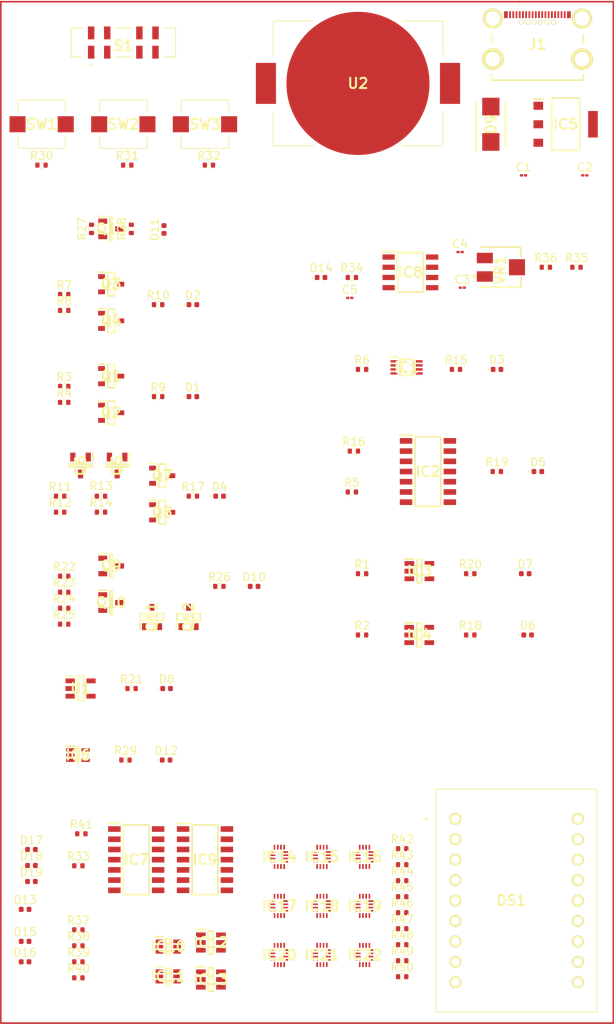
<source format=kicad_pcb>
(kicad_pcb (version 20221018) (generator pcbnew)
  (layers (0 "F.Cu" signal) (31 "B.Cu" signal) (34 "B.Paste" user) (35 "F.Paste" user) (36 "B.SilkS" user "B.Silkscreen") (37 "F.SilkS" user "F.Silkscreen") (38 "B.Mask" user) (39 "F.Mask" user) (44 "Edge.Cuts" user))
  (net 0 "")
  (net 1 "+3V0")
  (net 2 "+5V")
  (net 3 "3V before switch")
  (net 4 "Net-(IC8-THRES)")
  (net 5 "Net-(IC8-CONT)")
  (net 6 "Net-(D1-A)")
  (net 7 "Net-(D2-A)")
  (net 8 "Net-(D3-A)")
  (net 9 "Net-(D4-A)")
  (net 10 "Net-(D5-A)")
  (net 11 "Net-(D6-A)")
  (net 12 "Net-(D7-A)")
  (net 13 "Net-(D8-A)")
  (net 14 "Net-(D9-Pad2)")
  (net 15 "Net-(D10-A)")
  (net 16 "Net-(D11-K)")
  (net 17 "Net-(D11-A)")
  (net 18 "Net-(D12-A)")
  (net 19 "Net-(D13-A)")
  (net 20 "Net-(D14-A)")
  (net 21 "Net-(D15-A)")
  (net 22 "Net-(D16-A)")
  (net 23 "Net-(D17-A)")
  (net 24 "Net-(D18-A)")
  (net 25 "Net-(D19-A)")
  (net 26 "Net-(DS1-K_A)")
  (net 27 "Net-(DS1-K_N)")
  (net 28 "Net-(DS1-K_C)")
  (net 29 "Net-(DS1-K_E)")
  (net 30 "Net-(DS1-K_K)")
  (net 31 "Net-(DS1-K_D)")
  (net 32 "Net-(DS1-K_G)")
  (net 33 "Net-(DS1-K_M)")
  (net 34 "Net-(DS1-K_U)")
  (net 35 "Net-(IC1-Q)")
  (net 37 "Button A")
  (net 38 "CLK")
  (net 40 "Net-(IC2-1Q)")
  (net 47 "Button B")
  (net 48 "Net-(IC3-Y)")
  (net 49 "Net-(IC3-B)")
  (net 50 "Net-(IC6-Y)")
  (net 52 "Net-(IC10-B)")
  (net 59 "Button")
  (net 60 "Net-(IC8-DISCH)")
  (net 61 "Net-(IC12-Y)")
  (net 62 "Net-(IC11-C)")
  (net 63 "Net-(IC10-C)")
  (net 64 "Net-(IC13-Y)")
  (net 65 "Net-(IC11-A)")
  (net 66 "Net-(IC10-A)")
  (net 67 "Net-(IC10-Y)")
  (net 68 "Net-(IC11-Y)")
  (net 69 "Net-(IC14-D)")
  (net 71 "Net-(IC15-D)")
  (net 73 "Net-(IC16-D)")
  (net 75 "Net-(IC17-D)")
  (net 77 "Net-(IC18-D)")
  (net 79 "Net-(IC19-D)")
  (net 81 "Net-(IC20-D)")
  (net 83 "Net-(IC21-D)")
  (net 85 "Net-(IC22-D)")
  (net 109 "Net-(Q1-Pad2)")
  (net 110 "Net-(Q1-Pad1)")
  (net 111 "Net-(Q2-Pad1)")
  (net 112 "Net-(Q3-Pad2)")
  (net 113 "Net-(Q3-Pad1)")
  (net 114 "Net-(Q4-Pad2)")
  (net 115 "Net-(Q4-Pad1)")
  (net 116 "Net-(Q5-Pad3)")
  (net 117 "Net-(Q5-Pad1)")
  (net 118 "Net-(Q6-Pad1)")
  (net 119 "Net-(Q7-Pad2)")
  (net 120 "Net-(Q7-Pad1)")
  (net 121 "Net-(Q8-Pad1)")
  (net 122 "Net-(Q10-Pad2)")
  (net 123 "Net-(Q9-Pad1)")
  (net 124 "Net-(Q10-Pad3)")
  (net 125 "Net-(Q10-Pad1)")
  (net 126 "Net-(Q11-Pad1)")
  (net 127 "Net-(Q12-Pad1)")
  (net 128 "Net-(Q13-Pad1)")
  (net 129 "Net-(U1-Y)")
  (net 130 "Net-(VR1-WIPER)")
  (footprint "Capacitor_SMD:C_01005_0402Metric" (layer "F.Cu") (at 147.595 49.53)
    (fp_text reference "C1" (at 0 -1) (layer "F.SilkS"))
    (fp_text value "100n")
    (pad "1" smd roundrect (at -0.25 0) (size 0.4 0.3) (layers "F.Cu" "F.Mask") (net 1 "+3V0"))
    (pad "2" smd roundrect (at 0.25 0) (size 0.4 0.3) (layers "F.Cu" "F.Mask") (net 2 "+5V"))
  )
  (footprint "Resistor_SMD:R_0402_1005Metric" (layer "F.Cu") (at 132.5 137.23)
    (fp_text reference "R44" (at 0 -1.17) (layer "F.SilkS"))
    (fp_text value "100")
    (pad "1" smd roundrect (at -0.51 0) (size 0.54 0.64) (layers "F.Cu" "F.Paste" "F.Mask") (net 81 "Net-(IC20-D)"))
    (pad "2" smd roundrect (at 0.51 0) (size 0.54 0.64) (layers "F.Cu" "F.Paste" "F.Mask") (net 33 "Net-(DS1-K_M)"))
  )
  (footprint "Resistor_SMD:R_0402_1005Metric" (layer "F.Cu") (at 132.5 133.25)
    (fp_text reference "R42" (at 0 -1.17) (layer "F.SilkS"))
    (fp_text value "100")
    (pad "1" smd roundrect (at -0.51 0) (size 0.54 0.64) (layers "F.Cu" "F.Paste" "F.Mask") (net 77 "Net-(IC18-D)"))
    (pad "2" smd roundrect (at 0.51 0) (size 0.54 0.64) (layers "F.Cu" "F.Paste" "F.Mask") (net 32 "Net-(DS1-K_G)"))
  )
  (footprint "SamacSys_Parts:SOT95P280X145-5N" (layer "F.Cu") (at 134.64 98.74)
    (fp_text reference "IC3" (at 0 0) (layer "F.SilkS") (effects (font (size 1.27 1.27) (thickness 0.254))))
    (fp_text value "SN74LVC1G02DBVR" hide)
    (pad "1" smd rect (at -1.25 -0.95 90) (size 0.6 1.2) (layers "F.Cu" "F.Paste" "F.Mask") (net 37 "Button A"))
    (pad "2" smd rect (at -1.25 0 90) (size 0.6 1.2) (layers "F.Cu" "F.Paste" "F.Mask") (net 49 "Net-(IC3-B)"))
    (pad "3" smd rect (at -1.25 0.95 90) (size 0.6 1.2) (layers "F.Cu" "F.Paste" "F.Mask") (net 1 "+3V0"))
    (pad "4" smd rect (at 1.25 0.95 90) (size 0.6 1.2) (layers "F.Cu" "F.Paste" "F.Mask") (net 48 "Net-(IC3-Y)"))
    (pad "5" smd rect (at 1.25 -0.95 90) (size 0.6 1.2) (layers "F.Cu" "F.Paste" "F.Mask") (net 1 "+3V0"))
  )
  (footprint "LED_SMD:LED_0402_1005Metric" (layer "F.Cu") (at 85.595 147.32)
    (fp_text reference "D16" (at 0 -1.17) (layer "F.SilkS"))
    (fp_text value "LED")
    (pad "1" smd roundrect (at -0.485 0) (size 0.59 0.64) (layers "F.Cu" "F.Paste" "F.Mask") (net 1 "+3V0"))
    (pad "2" smd roundrect (at 0.485 0) (size 0.59 0.64) (layers "F.Cu" "F.Paste" "F.Mask") (net 22 "Net-(D16-A)"))
  )
  (footprint "SamacSys_Parts:SOT95P280X145-6N" (layer "F.Cu") (at 108.705 144.92)
    (fp_text reference "IC12" (at 0 0) (layer "F.SilkS") (effects (font (size 1.27 1.27) (thickness 0.254))))
    (fp_text value "SN74LVC1G97QDBVRQ1" hide)
    (pad "1" smd rect (at -1.25 -0.95 90) (size 0.6 1.2) (layers "F.Cu" "F.Paste" "F.Mask") (net 67 "Net-(IC10-Y)"))
    (pad "2" smd rect (at -1.25 0 90) (size 0.6 1.2) (layers "F.Cu" "F.Paste" "F.Mask") (net 1 "+3V0"))
    (pad "3" smd rect (at -1.25 0.95 90) (size 0.6 1.2) (layers "F.Cu" "F.Paste" "F.Mask") (net 1 "+3V0"))
    (pad "4" smd rect (at 1.25 0.95 90) (size 0.6 1.2) (layers "F.Cu" "F.Paste" "F.Mask") (net 61 "Net-(IC12-Y)"))
    (pad "5" smd rect (at 1.25 0 90) (size 0.6 1.2) (layers "F.Cu" "F.Paste" "F.Mask") (net 1 "+3V0"))
    (pad "6" smd rect (at 1.25 -0.95 90) (size 0.6 1.2) (layers "F.Cu" "F.Paste" "F.Mask") (net 68 "Net-(IC11-Y)"))
  )
  (footprint "Resistor_SMD:R_0402_1005Metric" (layer "F.Cu") (at 150.37 60.96)
    (fp_text reference "R36" (at 0 -1.17) (layer "F.SilkS"))
    (fp_text value "1k")
    (pad "1" smd roundrect (at -0.51 0) (size 0.54 0.64) (layers "F.Cu" "F.Paste" "F.Mask") (net 60 "Net-(IC8-DISCH)"))
    (pad "2" smd roundrect (at 0.51 0) (size 0.54 0.64) (layers "F.Cu" "F.Paste" "F.Mask") (net 130 "Net-(VR1-WIPER)"))
  )
  (footprint "SamacSys_Parts:SKPMBHE010" (layer "F.Cu") (at 87.65 43.18)
    (fp_text reference "SW1" (at 0 0) (layer "F.SilkS") (effects (font (size 1.27 1.27) (thickness 0.254))))
    (fp_text value "SW_Push" hide)
    (pad "1" smd rect (at -3 0 90) (size 2 2) (layers "F.Cu" "F.Paste" "F.Mask") (net 1 "+3V0"))
    (pad "2" smd rect (at 3 0 90) (size 2 2) (layers "F.Cu" "F.Paste" "F.Mask") (net 37 "Button A"))
  )
  (footprint "SamacSys_Parts:CX70M24P1" (layer "F.Cu") (at 149.32 33.518)
    (fp_text reference "J1" (at 0 -0.282) (layer "F.SilkS") (effects (font (size 1.27 1.27) (thickness 0.254))))
    (fp_text value "CX70M-24P1" hide)
    (pad "A1" smd rect (at -2.2 -3.963) (size 0.23 0.85) (layers "F.Cu" "F.Paste" "F.Mask") (net 1 "+3V0"))
    (pad "A2" smd rect (at -1.8 -3.963) (size 0.23 0.85) (layers "F.Cu" "F.Paste" "F.Mask"))
    (pad "A3" smd rect (at -1.4 -3.963) (size 0.23 0.85) (layers "F.Cu" "F.Paste" "F.Mask"))
    (pad "A4" smd rect (at -1 -3.963) (size 0.23 0.85) (layers "F.Cu" "F.Paste" "F.Mask") (net 2 "+5V"))
    (pad "A5" smd rect (at -0.6 -3.963) (size 0.23 0.85) (layers "F.Cu" "F.Paste" "F.Mask"))
    (pad "A6" smd rect (at -0.2 -3.963) (size 0.23 0.85) (layers "F.Cu" "F.Paste" "F.Mask"))
    (pad "A7" smd rect (at 0.2 -3.963) (size 0.23 0.85) (layers "F.Cu" "F.Paste" "F.Mask"))
    (pad "A8" smd rect (at 0.6 -3.963) (size 0.23 0.85) (layers "F.Cu" "F.Paste" "F.Mask"))
    (pad "A9" smd rect (at 1 -3.963) (size 0.23 0.85) (layers "F.Cu" "F.Paste" "F.Mask") (net 2 "+5V"))
    (pad "A10" smd rect (at 1.4 -3.963) (size 0.23 0.85) (layers "F.Cu" "F.Paste" "F.Mask"))
    (pad "A11" smd rect (at 1.8 -3.963) (size 0.23 0.85) (layers "F.Cu" "F.Paste" "F.Mask"))
    (pad "A12" smd rect (at 2.2 -3.963) (size 0.23 0.85) (layers "F.Cu" "F.Paste" "F.Mask") (net 1 "+3V0"))
    (pad "B1" smd rect (at 3.4 -3.963) (size 0.23 0.85) (layers "F.Cu" "F.Paste" "F.Mask") (net 1 "+3V0"))
    (pad "B2" smd rect (at 3 -3.963) (size 0.23 0.85) (layers "F.Cu" "F.Paste" "F.Mask"))
    (pad "B3" smd rect (at 2.6 -3.963) (size 0.23 0.85) (layers "F.Cu" "F.Paste" "F.Mask"))
    (pad "B4" thru_hole circle (at 2 -3.038 90) (size 0.6 0.6) (drill 0.4) (layers "*.Cu" "*.Mask" "F.SilkS") (net 2 "+5V"))
    (pad "B5" thru_hole circle (at 1.2 -3.038 90) (size 0.6 0.6) (drill 0.4) (layers "*.Cu" "*.Mask" "F.SilkS"))
    (pad "B6" thru_hole circle (at 0.4 -3.038 90) (size 0.6 0.6) (drill 0.4) (layers "*.Cu" "*.Mask" "F.SilkS"))
    (pad "B7" thru_hole circle (at -0.4 -3.038 90) (size 0.6 0.6) (drill 0.4) (layers "*.Cu" "*.Mask" "F.SilkS"))
    (pad "B8" thru_hole circle (at -1.2 -3.038 90) (size 0.6 0.6) (drill 0.4) (layers "*.Cu" "*.Mask" "F.SilkS"))
    (pad "B9" thru_hole circle (at -2 -3.038 90) (size 0.6 0.6) (drill 0.4) (layers "*.Cu" "*.Mask" "F.SilkS") (net 2 "+5V"))
    (pad "B10" smd rect (at -2.6 -3.963) (size 0.23 0.85) (layers "F.Cu" "F.Paste" "F.Mask"))
    (pad "B11" smd rect (at -3 -3.963) (size 0.23 0.85) (layers "F.Cu" "F.Paste" "F.Mask"))
    (pad "B12" smd rect (at -3.4 -3.963) (size 0.23 0.85) (layers "F.Cu" "F.Paste" "F.Mask") (net 1 "+3V0"))
    (pad "MH1" thru_hole circle (at -5.55 -3.488 90) (size 2.5 2.5) (drill 1.8) (layers "*.Cu" "*.Mask" "F.SilkS"))
    (pad "MH2" thru_hole circle (at 5.55 -3.488 90) (size 2.5 2.5) (drill 1.8) (layers "*.Cu" "*.Mask" "F.SilkS"))
    (pad "MH3" thru_hole circle (at 5.55 1.562 90) (size 2.7 2.7) (drill 1.8) (layers "*.Cu" "*.Mask" "F.SilkS"))
    (pad "MH4" thru_hole circle (at -5.55 1.562 90) (size 2.7 2.7) (drill 1.8) (layers "*.Cu" "*.Mask" "F.SilkS"))
    (pad "MP1" smd rect (at -3.915 -3.963) (size 0.46 0.85) (layers "F.Cu" "F.Paste" "F.Mask"))
    (pad "MP2" smd rect (at 3.915 -3.963) (size 0.46 0.85) (layers "F.Cu" "F.Paste" "F.Mask"))
  )
  (footprint "Resistor_SMD:R_0402_1005Metric" (layer "F.Cu") (at 132.5 139.22)
    (fp_text reference "R45" (at 0 -1.17) (layer "F.SilkS"))
    (fp_text value "100")
    (pad "1" smd roundrect (at -0.51 0) (size 0.54 0.64) (layers "F.Cu" "F.Paste" "F.Mask") (net 83 "Net-(IC21-D)"))
    (pad "2" smd roundrect (at 0.51 0) (size 0.54 0.64) (layers "F.Cu" "F.Paste" "F.Mask") (net 27 "Net-(DS1-K_N)"))
  )
  (footprint "SamacSys_Parts:SOT95P240X114-3N" (layer "F.Cu") (at 96.3 63.07)
    (fp_text reference "Q3" (at 0 0) (layer "F.SilkS") (effects (font (size 1.27 1.27) (thickness 0.254))))
    (fp_text value "MMBT2222" hide)
    (pad "1" smd rect (at -1.2 -0.95 90) (size 0.6 0.85) (layers "F.Cu" "F.Paste" "F.Mask") (net 113 "Net-(Q3-Pad1)"))
    (pad "2" smd rect (at -1.2 0.95 90) (size 0.6 0.85) (layers "F.Cu" "F.Paste" "F.Mask") (net 112 "Net-(Q3-Pad2)"))
    (pad "3" smd rect (at 1.2 0 90) (size 0.6 0.85) (layers "F.Cu" "F.Paste" "F.Mask") (net 1 "+3V0"))
  )
  (footprint "Resistor_SMD:R_0402_1005Metric" (layer "F.Cu") (at 98.3 48.26)
    (fp_text reference "R31" (at 0 -1.17) (layer "F.SilkS"))
    (fp_text value "10k")
    (pad "1" smd roundrect (at -0.51 0) (size 0.54 0.64) (layers "F.Cu" "F.Paste" "F.Mask") (net 1 "+3V0"))
    (pad "2" smd roundrect (at 0.51 0) (size 0.54 0.64) (layers "F.Cu" "F.Paste" "F.Mask") (net 47 "Button B"))
  )
  (footprint "SamacSys_Parts:SOT95P240X114-3N" (layer "F.Cu") (at 102.65 86.88)
    (fp_text reference "Q7" (at 0 0) (layer "F.SilkS") (effects (font (size 1.27 1.27) (thickness 0.254))))
    (fp_text value "MMBT2222" hide)
    (pad "1" smd rect (at -1.2 -0.95 90) (size 0.6 0.85) (layers "F.Cu" "F.Paste" "F.Mask") (net 120 "Net-(Q7-Pad1)"))
    (pad "2" smd rect (at -1.2 0.95 90) (size 0.6 0.85) (layers "F.Cu" "F.Paste" "F.Mask") (net 119 "Net-(Q7-Pad2)"))
    (pad "3" smd rect (at 1.2 0 90) (size 0.6 0.85) (layers "F.Cu" "F.Paste" "F.Mask") (net 116 "Net-(Q5-Pad3)"))
  )
  (footprint "SamacSys_Parts:SOT95P285X130-5N" (layer "F.Cu") (at 92.49 113.34)
    (fp_text reference "U1" (at 0 0) (layer "F.SilkS") (effects (font (size 1.27 1.27) (thickness 0.254))))
    (fp_text value "74AHC1G86W5-7" hide)
    (pad "1" smd rect (at -1.3 -0.95 90) (size 0.6 1.15) (layers "F.Cu" "F.Paste" "F.Mask") (net 37 "Button A"))
    (pad "2" smd rect (at -1.3 0 90) (size 0.6 1.15) (layers "F.Cu" "F.Paste" "F.Mask") (net 47 "Button B"))
    (pad "3" smd rect (at -1.3 0.95 90) (size 0.6 1.15) (layers "F.Cu" "F.Paste" "F.Mask") (net 1 "+3V0"))
    (pad "4" smd rect (at 1.3 0.95 90) (size 0.6 1.15) (layers "F.Cu" "F.Paste" "F.Mask") (net 129 "Net-(U1-Y)"))
    (pad "5" smd rect (at 1.3 -0.95 90) (size 0.6 1.15) (layers "F.Cu" "F.Paste" "F.Mask") (net 1 "+3V0"))
  )
  (footprint "SamacSys_Parts:TMUX1208QRSVRQ1" (layer "F.Cu") (at 127.82 140.37)
    (fp_text reference "IC19" (at 0 0) (layer "F.SilkS") (effects (font (size 1.27 1.27) (thickness 0.254))))
    (fp_text value "TMUX1208QRSVRQ1" hide)
    (pad "1" smd rect (at -0.75 -0.6 90) (size 0.2 0.7) (layers "F.Cu" "F.Paste" "F.Mask"))
    (pad "2" smd rect (at -0.8 -0.2 90) (size 0.2 0.6) (layers "F.Cu" "F.Paste" "F.Mask") (net 1 "+3V0"))
    (pad "3" smd rect (at -0.8 0.2 90) (size 0.2 0.6) (layers "F.Cu" "F.Paste" "F.Mask") (net 1 "+3V0"))
    (pad "4" smd rect (at -0.8 0.6 90) (size 0.2 0.6) (layers "F.Cu" "F.Paste" "F.Mask") (net 1 "+3V0"))
    (pad "5" smd rect (at -0.6 1.2) (size 0.2 0.6) (layers "F.Cu" "F.Paste" "F.Mask") (net 1 "+3V0"))
    (pad "6" smd rect (at -0.2 1.2) (size 0.2 0.6) (layers "F.Cu" "F.Paste" "F.Mask") (net 79 "Net-(IC19-D)"))
    (pad "7" smd rect (at 0.2 1.2) (size 0.2 0.6) (layers "F.Cu" "F.Paste" "F.Mask") (net 1 "+3V0"))
    (pad "8" smd rect (at 0.6 1.2) (size 0.2 0.6) (layers "F.Cu" "F.Paste" "F.Mask") (net 1 "+3V0"))
    (pad "9" smd rect (at 0.8 0.6 90) (size 0.2 0.6) (layers "F.Cu" "F.Paste" "F.Mask") (net 1 "+3V0"))
    (pad "10" smd rect (at 0.8 0.2 90) (size 0.2 0.6) (layers "F.Cu" "F.Paste" "F.Mask") (net 1 "+3V0"))
    (pad "11" smd rect (at 0.8 -0.2 90) (size 0.2 0.6) (layers "F.Cu" "F.Paste" "F.Mask") (net 1 "+3V0"))
    (pad "12" smd rect (at 0.8 -0.6 90) (size 0.2 0.6) (layers "F.Cu" "F.Paste" "F.Mask") (net 1 "+3V0"))
    (pad "13" smd rect (at 0.6 -1.2) (size 0.2 0.6) (layers "F.Cu" "F.Paste" "F.Mask") (net 52 "Net-(IC10-B)"))
    (pad "14" smd rect (at 0.2 -1.2) (size 0.2 0.6) (layers "F.Cu" "F.Paste" "F.Mask") (net 65 "Net-(IC11-A)"))
    (pad "15" smd rect (at -0.2 -1.2) (size 0.2 0.6) (layers "F.Cu" "F.Paste" "F.Mask") (net 63 "Net-(IC10-C)"))
    (pad "16" smd rect (at -0.6 -1.2) (size 0.2 0.6) (layers "F.Cu" "F.Paste" "F.Mask") (net 1 "+3V0"))
  )
  (footprint "Resistor_SMD:R_0402_1005Metric" (layer "F.Cu") (at 102.14 77.04)
    (fp_text reference "R9" (at 0 -1.17) (layer "F.SilkS"))
    (fp_text value "100")
    (pad "1" smd roundrect (at -0.51 0) (size 0.54 0.64) (layers "F.Cu" "F.Paste" "F.Mask") (net 6 "Net-(D1-A)"))
    (pad "2" smd roundrect (at 0.51 0) (size 0.54 0.64) (layers "F.Cu" "F.Paste" "F.Mask") (net 109 "Net-(Q1-Pad2)"))
  )
  (footprint "Capacitor_SMD:C_01005_0402Metric" (layer "F.Cu") (at 155.215 49.53)
    (fp_text reference "C2" (at 0 -1) (layer "F.SilkS"))
    (fp_text value "10u")
    (pad "1" smd roundrect (at -0.25 0) (size 0.4 0.3) (layers "F.Cu" "F.Mask") (net 3 "3V before switch"))
    (pad "2" smd roundrect (at 0.25 0) (size 0.4 0.3) (layers "F.Cu" "F.Mask") (net 1 "+3V0"))
  )
  (footprint "Resistor_SMD:R_0402_1005Metric" (layer "F.Cu") (at 90.46 75.77)
    (fp_text reference "R3" (at 0 -1.17) (layer "F.SilkS"))
    (fp_text value "5.6k")
    (pad "1" smd roundrect (at -0.51 0) (size 0.54 0.64) (layers "F.Cu" "F.Paste" "F.Mask") (net 37 "Button A"))
    (pad "2" smd roundrect (at 0.51 0) (size 0.54 0.64) (layers "F.Cu" "F.Paste" "F.Mask") (net 110 "Net-(Q1-Pad1)"))
  )
  (footprint "LED_SMD:LED_0402_1005Metric" (layer "F.Cu") (at 114.08 100.64)
    (fp_text reference "D10" (at 0 -1.17) (layer "F.SilkS"))
    (fp_text value "LED")
    (pad "1" smd roundrect (at -0.485 0) (size 0.59 0.64) (layers "F.Cu" "F.Paste" "F.Mask") (net 1 "+3V0"))
    (pad "2" smd roundrect (at 0.485 0) (size 0.59 0.64) (layers "F.Cu" "F.Paste" "F.Mask") (net 15 "Net-(D10-A)"))
  )
  (footprint "Resistor_SMD:R_0402_1005Metric" (layer "F.Cu") (at 139.19 73.66)
    (fp_text reference "R15" (at 0 -1.17) (layer "F.SilkS"))
    (fp_text value "100")
    (pad "1" smd roundrect (at -0.51 0) (size 0.54 0.64) (layers "F.Cu" "F.Paste" "F.Mask") (net 35 "Net-(IC1-Q)"))
    (pad "2" smd roundrect (at 0.51 0) (size 0.54 0.64) (layers "F.Cu" "F.Paste" "F.Mask") (net 8 "Net-(D3-A)"))
  )
  (footprint "Resistor_SMD:R_0402_1005Metric" (layer "F.Cu") (at 132.5 143.2)
    (fp_text reference "R47" (at 0 -1.17) (layer "F.SilkS"))
    (fp_text value "100")
    (pad "1" smd roundrect (at -0.51 0) (size 0.54 0.64) (layers "F.Cu" "F.Paste" "F.Mask") (net 69 "Net-(IC14-D)"))
    (pad "2" smd roundrect (at 0.51 0) (size 0.54 0.64) (layers "F.Cu" "F.Paste" "F.Mask") (net 26 "Net-(DS1-K_A)"))
  )
  (footprint "Resistor_SMD:R_0402_1005Metric" (layer "F.Cu") (at 95.03 89.42)
    (fp_text reference "R13" (at 0 -1.27) (layer "F.SilkS"))
    (fp_text value "5.6k")
    (pad "1" smd roundrect (at -0.51 0) (size 0.54 0.64) (layers "F.Cu" "F.Paste" "F.Mask") (net 47 "Button B"))
    (pad "2" smd roundrect (at 0.51 0) (size 0.54 0.64) (layers "F.Cu" "F.Paste" "F.Mask") (net 118 "Net-(Q6-Pad1)"))
  )
  (footprint "Resistor_SMD:R_0402_1005Metric" (layer "F.Cu") (at 90.46 99.37)
    (fp_text reference "R22" (at 0 -1.17) (layer "F.SilkS"))
    (fp_text value "5.6k")
    (pad "1" smd roundrect (at -0.51 0) (size 0.54 0.64) (layers "F.Cu" "F.Paste" "F.Mask") (net 123 "Net-(Q9-Pad1)"))
    (pad "2" smd roundrect (at 0.51 0) (size 0.54 0.64) (layers "F.Cu" "F.Paste" "F.Mask") (net 37 "Button A"))
  )
  (footprint "Resistor_SMD:R_0402_1005Metric" (layer "F.Cu") (at 90.46 105.34)
    (fp_text reference "R25" (at 0 -1.17) (layer "F.SilkS"))
    (fp_text value "5.6k")
    (pad "1" smd roundrect (at -0.51 0) (size 0.54 0.64) (layers "F.Cu" "F.Paste" "F.Mask") (net 47 "Button B"))
    (pad "2" smd roundrect (at 0.51 0) (size 0.54 0.64) (layers "F.Cu" "F.Paste" "F.Mask") (net 125 "Net-(Q10-Pad1)"))
  )
  (footprint "SamacSys_Parts:SOIC127P600X175-8N" (layer "F.Cu") (at 133.521 61.595)
    (fp_text reference "IC8" (at 0 0) (layer "F.SilkS") (effects (font (size 1.27 1.27) (thickness 0.254))))
    (fp_text value "TLC555QDRQ1" hide)
    (pad "1" smd rect (at -2.711 -1.905 90) (size 0.65 1.528) (layers "F.Cu" "F.Paste" "F.Mask") (net 1 "+3V0"))
    (pad "2" smd rect (at -2.711 -0.635 90) (size 0.65 1.528) (layers "F.Cu" "F.Paste" "F.Mask") (net 4 "Net-(IC8-THRES)"))
    (pad "3" smd rect (at -2.711 0.635 90) (size 0.65 1.528) (layers "F.Cu" "F.Paste" "F.Mask") (net 38 "CLK"))
    (pad "4" smd rect (at -2.711 1.905 90) (size 0.65 1.528) (layers "F.Cu" "F.Paste" "F.Mask") (net 1 "+3V0"))
    (pad "5" smd rect (at 2.711 1.905 90) (size 0.65 1.528) (layers "F.Cu" "F.Paste" "F.Mask") (net 5 "Net-(IC8-CONT)"))
    (pad "6" smd rect (at 2.711 0.635 90) (size 0.65 1.528) (layers "F.Cu" "F.Paste" "F.Mask") (net 4 "Net-(IC8-THRES)"))
    (pad "7" smd rect (at 2.711 -0.635 90) (size 0.65 1.528) (layers "F.Cu" "F.Paste" "F.Mask") (net 60 "Net-(IC8-DISCH)"))
    (pad "8" smd rect (at 2.711 -1.905 90) (size 0.65 1.528) (layers "F.Cu" "F.Paste" "F.Mask") (net 1 "+3V0"))
  )
  (footprint "Resistor_SMD:R_0402_1005Metric" (layer "F.Cu") (at 132.5 149.17)
    (fp_text reference "R50" (at 0 -1.17) (layer "F.SilkS"))
    (fp_text value "100")
    (pad "1" smd roundrect (at -0.51 0) (size 0.54 0.64) (layers "F.Cu" "F.Paste" "F.Mask") (net 75 "Net-(IC17-D)"))
    (pad "2" smd roundrect (at 0.51 0) (size 0.54 0.64) (layers "F.Cu" "F.Paste" "F.Mask") (net 29 "Net-(DS1-K_E)"))
  )
  (footprint "Resistor_SMD:R_0402_1005Metric" (layer "F.Cu") (at 98.806 56.19 90)
    (fp_text reference "R28" (at 0 -1.17 90) (layer "F.SilkS"))
    (fp_text value "100")
    (pad "1" smd roundrect (at -0.51 0 90) (size 0.54 0.64) (layers "F.Cu" "F.Paste" "F.Mask") (net 1 "+3V0"))
    (pad "2" smd roundrect (at 0.51 0 90) (size 0.54 0.64) (layers "F.Cu" "F.Paste" "F.Mask") (net 17 "Net-(D11-A)"))
  )
  (footprint "SamacSys_Parts:SOT96P240X100-3N" (layer "F.Cu") (at 96.3 98.1)
    (fp_text reference "Q9" (at 0 0) (layer "F.SilkS") (effects (font (size 1.27 1.27) (thickness 0.254))))
    (fp_text value "MMBT2907A-7-F" hide)
    (pad "1" smd rect (at -1.05 -0.96 90) (size 0.65 1.1) (layers "F.Cu" "F.Paste" "F.Mask") (net 123 "Net-(Q9-Pad1)"))
    (pad "2" smd rect (at -1.05 0.96 90) (size 0.65 1.1) (layers "F.Cu" "F.Paste" "F.Mask") (net 1 "+3V0"))
    (pad "3" smd rect (at 1.05 0 90) (size 0.65 1.1) (layers "F.Cu" "F.Paste" "F.Mask") (net 122 "Net-(Q10-Pad2)"))
  )
  (footprint "Resistor_SMD:R_0402_1005Metric" (layer "F.Cu") (at 127.51 99.06)
    (fp_text reference "R1" (at 0 -1.17) (layer "F.SilkS"))
    (fp_text value "10k")
    (pad "1" smd roundrect (at -0.51 0) (size 0.54 0.64) (layers "F.Cu" "F.Paste" "F.Mask") (net 1 "+3V0"))
    (pad "2" smd roundrect (at 0.51 0) (size 0.54 0.64) (layers "F.Cu" "F.Paste" "F.Mask") (net 37 "Button A"))
  )
  (footprint "Resistor_SMD:R_0402_1005Metric" (layer "F.Cu") (at 140.97 106.68)
    (fp_text reference "R18" (at 0 -1.17) (layer "F.SilkS"))
    (fp_text value "100")
    (pad "1" smd roundrect (at -0.51 0) (size 0.54 0.64) (layers "F.Cu" "F.Paste" "F.Mask") (net 11 "Net-(D6-A)"))
    (pad "2" smd roundrect (at 0.51 0) (size 0.54 0.64) (layers "F.Cu" "F.Paste" "F.Mask") (net 49 "Net-(IC3-B)"))
  )
  (footprint "SamacSys_Parts:JS203011JAQN" (layer "F.Cu") (at 97.81 33.02)
    (fp_text reference "S1" (at 0 0.4) (layer "F.SilkS") (effects (font (size 1.27 1.27) (thickness 0.254))))
    (fp_text value "JS203011JAQN" hide)
    (pad "1" smd rect (at -4 1.2) (size 0.8 1.6) (layers "F.Cu" "F.Paste" "F.Mask"))
    (pad "2" smd rect (at -2 1.2) (size 0.8 1.6) (layers "F.Cu" "F.Paste" "F.Mask"))
    (pad "3" smd rect (at 2 1.2) (size 0.8 1.6) (layers "F.Cu" "F.Paste" "F.Mask") (net 1 "+3V0"))
    (pad "4" smd rect (at 4 1.2) (size 0.8 1.6) (layers "F.Cu" "F.Paste" "F.Mask") (net 3 "3V before switch"))
    (pad "5" smd rect (at -4 -1.2) (size 0.8 1.6) (layers "F.Cu" "F.Paste" "F.Mask"))
    (pad "6" smd rect (at -2 -1.2) (size 0.8 1.6) (layers "F.Cu" "F.Paste" "F.Mask"))
    (pad "7" smd rect (at 2 -1.2) (size 0.8 1.6) (layers "F.Cu" "F.Paste" "F.Mask") (net 1 "+3V0"))
    (pad "8" smd rect (at 4 -1.2) (size 0.8 1.6) (layers "F.Cu" "F.Paste" "F.Mask") (net 1 "+3V0"))
  )
  (footprint "Resistor_SMD:R_0402_1005Metric" (layer "F.Cu") (at 132.5 135.24)
    (fp_text reference "R43" (at 0 -1.17) (layer "F.SilkS"))
    (fp_text value "100")
    (pad "1" smd roundrect (at -0.51 0) (size 0.54 0.64) (layers "F.Cu" "F.Paste" "F.Mask") (net 85 "Net-(IC22-D)"))
    (pad "2" smd roundrect (at 0.51 0) (size 0.54 0.64) (layers "F.Cu" "F.Paste" "F.Mask") (net 34 "Net-(DS1-K_U)"))
  )
  (footprint "SamacSys_Parts:SOT230P700X175-4N" (layer "F.Cu") (at 152.83 43.18)
    (fp_text reference "IC5" (at 0 0) (layer "F.SilkS") (effects (font (size 1.27 1.27) (thickness 0.254))))
    (fp_text value "NCV4274AST33T3G" hide)
    (pad "1" smd rect (at -3.4 -2.3 90) (size 1 1.2) (layers "F.Cu" "F.Paste" "F.Mask") (net 2 "+5V"))
    (pad "2" smd rect (at -3.4 0 90) (size 1 1.2) (layers "F.Cu" "F.Paste" "F.Mask") (net 1 "+3V0"))
    (pad "3" smd rect (at -3.4 2.3 90) (size 1 1.2) (layers "F.Cu" "F.Paste" "F.Mask") (net 3 "3V before switch"))
    (pad "4" smd rect (at 3.4 0) (size 1.2 3.3) (layers "F.Cu" "F.Paste" "F.Mask") (net 1 "+3V0"))
  )
  (footprint "Capacitor_SMD:C_01005_0402Metric" (layer "F.Cu") (at 139.7 59.07)
    (fp_text reference "C4" (at 0 -1) (layer "F.SilkS"))
    (fp_text value ".01u")
    (pad "1" smd roundrect (at -0.25 0) (size 0.4 0.3) (layers "F.Cu" "F.Mask") (net 5 "Net-(IC8-CONT)"))
    (pad "2" smd roundrect (at 0.25 0) (size 0.4 0.3) (layers "F.Cu" "F.Mask") (net 1 "+3V0"))
  )
  (footprint "Resistor_SMD:R_0402_1005Metric" (layer "F.Cu") (at 144.27 86.36)
    (fp_text reference "R19" (at 0 -1.17) (layer "F.SilkS"))
    (fp_text value "100")
    (pad "1" smd roundrect (at -0.51 0) (size 0.54 0.64) (layers "F.Cu" "F.Paste" "F.Mask") (net 10 "Net-(D5-A)"))
    (pad "2" smd roundrect (at 0.51 0) (size 0.54 0.64) (layers "F.Cu" "F.Paste" "F.Mask") (net 40 "Net-(IC2-1Q)"))
  )
  (footprint "LED_SMD:LED_0402_1005Metric" (layer "F.Cu") (at 103.135 122.23)
    (fp_text reference "D12" (at 0 -1.17) (layer "F.SilkS"))
    (fp_text value "LED")
    (pad "1" smd roundrect (at -0.485 0) (size 0.59 0.64) (layers "F.Cu" "F.Paste" "F.Mask") (net 1 "+3V0"))
    (pad "2" smd roundrect (at 0.485 0) (size 0.59 0.64) (layers "F.Cu" "F.Paste" "F.Mask") (net 18 "Net-(D12-A)"))
  )
  (footprint "LED_SMD:LED_0402_1005Metric" (layer "F.Cu") (at 144.295 73.66)
    (fp_text reference "D3" (at 0 -1.17) (layer "F.SilkS"))
    (fp_text value "LED")
    (pad "1" smd roundrect (at -0.485 0) (size 0.59 0.64) (layers "F.Cu" "F.Paste" "F.Mask") (net 1 "+3V0"))
    (pad "2" smd roundrect (at 0.485 0) (size 0.59 0.64) (layers "F.Cu" "F.Paste" "F.Mask") (net 8 "Net-(D3-A)"))
  )
  (footprint "Resistor_SMD:R_0402_1005Metric" (layer "F.Cu") (at 98.84 113.34)
    (fp_text reference "R21" (at 0 -1.17) (layer "F.SilkS"))
    (fp_text value "100")
    (pad "1" smd roundrect (at -0.51 0) (size 0.54 0.64) (layers "F.Cu" "F.Paste" "F.Mask") (net 129 "Net-(U1-Y)"))
    (pad "2" smd roundrect (at 0.51 0) (size 0.54 0.64) (layers "F.Cu" "F.Paste" "F.Mask") (net 13 "Net-(D8-A)"))
  )
  (footprint "Resistor_SMD:R_0402_1005Metric" (layer "F.Cu") (at 92.22 145.33)
    (fp_text reference "R38" (at 0 -1.17) (layer "F.SilkS"))
    (fp_text value "100")
    (pad "1" smd roundrect (at -0.51 0) (size 0.54 0.64) (layers "F.Cu" "F.Paste" "F.Mask") (net 22 "Net-(D16-A)"))
    (pad "2" smd roundrect (at 0.51 0) (size 0.54 0.64) (layers "F.Cu" "F.Paste" "F.Mask") (net 61 "Net-(IC12-Y)"))
  )
  (footprint "SamacSys_Parts:BATHLD001TR" (layer "F.Cu") (at 127 38.1)
    (fp_text reference "U2" (at 0 0) (layer "F.SilkS") (effects (font (size 1.27 1.27) (thickness 0.254))))
    (fp_text value "BAT-HLD-001-TR" hide)
    (pad "1" smd rect (at -11.45 0) (size 2.5 5.1) (layers "F.Cu" "F.Paste" "F.Mask") (net 14 "Net-(D9-Pad2)"))
    (pad "2" smd circle (at 0 0 90) (size 17.8 17.8) (layers "F.Cu" "F.Paste" "F.Mask"))
    (pad "3" smd rect (at 11.45 0) (size 2.5 5.1) (layers "F.Cu" "F.Paste" "F.Mask") (net 1 "+3V0"))
  )
  (footprint "SamacSys_Parts:TMUX1208QRSVRQ1" (layer "F.Cu") (at 117.22 134.27)
    (fp_text reference "IC14" (at 0 0) (layer "F.SilkS") (effects (font (size 1.27 1.27) (thickness 0.254))))
    (fp_text value "TMUX1208QRSVRQ1" hide)
    (pad "1" smd rect (at -0.75 -0.6 90) (size 0.2 0.7) (layers "F.Cu" "F.Paste" "F.Mask"))
    (pad "2" smd rect (at -0.8 -0.2 90) (size 0.2 0.6) (layers "F.Cu" "F.Paste" "F.Mask") (net 1 "+3V0"))
    (pad "3" smd rect (at -0.8 0.2 90) (size 0.2 0.6) (layers "F.Cu" "F.Paste" "F.Mask") (net 1 "+3V0"))
    (pad "4" smd rect (at -0.8 0.6 90) (size 0.2 0.6) (layers "F.Cu" "F.Paste" "F.Mask") (net 1 "+3V0"))
    (pad "5" smd rect (at -0.6 1.2) (size 0.2 0.6) (layers "F.Cu" "F.Paste" "F.Mask") (net 1 "+3V0"))
    (pad "6" smd rect (at -0.2 1.2) (size 0.2 0.6) (layers "F.Cu" "F.Paste" "F.Mask") (net 69 "Net-(IC14-D)"))
    (pad "7" smd rect (at 0.2 1.2) (size 0.2 0.6) (layers "F.Cu" "F.Paste" "F.Mask") (net 1 "+3V0"))
    (pad "8" smd rect (at 0.6 1.2) (size 0.2 0.6) (layers "F.Cu" "F.Paste" "F.Mask") (net 1 "+3V0"))
    (pad "9" smd rect (at 0.8 0.6 90) (size 0.2 0.6) (layers "F.Cu" "F.Paste" "F.Mask") (net 1 "+3V0"))
    (pad "10" smd rect (at 0.8 0.2 90) (size 0.2 0.6) (layers "F.Cu" "F.Paste" "F.Mask") (net 1 "+3V0"))
    (pad "11" smd rect (at 0.8 -0.2 90) (size 0.2 0.6) (layers "F.Cu" "F.Paste" "F.Mask") (net 1 "+3V0"))
    (pad "12" smd rect (at 0.8 -0.6 90) (size 0.2 0.6) (layers "F.Cu" "F.Paste" "F.Mask") (net 1 "+3V0"))
    (pad "13" smd rect (at 0.6 -1.2) (size 0.2 0.6) (layers "F.Cu" "F.Paste" "F.Mask") (net 52 "Net-(IC10-B)"))
    (pad "14" smd rect (at 0.2 -1.2) (size 0.2 0.6) (layers "F.Cu" "F.Paste" "F.Mask") (net 65 "Net-(IC11-A)"))
    (pad "15" smd rect (at -0.2 -1.2) (size 0.2 0.6) (layers "F.Cu" "F.Paste" "F.Mask") (net 63 "Net-(IC10-C)"))
    (pad "16" smd rect (at -0.6 -1.2) (size 0.2 0.6) (layers "F.Cu" "F.Paste" "F.Mask") (net 1 "+3V0"))
  )
  (footprint "SamacSys_Parts:SOT95P280X145-5N" (layer "F.Cu") (at 134.62 106.68)
    (fp_text reference "IC4" (at 0 0) (layer "F.SilkS") (effects (font (size 1.27 1.27) (thickness 0.254))))
    (fp_text value "SN74LVC1G02DBVR" hide)
    (pad "1" smd rect (at -1.25 -0.95 90) (size 0.6 1.2) (layers "F.Cu" "F.Paste" "F.Mask") (net 47 "Button B"))
    (pad "2" smd rect (at -1.25 0 90) (size 0.6 1.2) (layers "F.Cu" "F.Paste" "F.Mask") (net 48 "Net-(IC3-Y)"))
    (pad "3" smd rect (at -1.25 0.95 90) (size 0.6 1.2) (layers "F.Cu" "F.Paste" "F.Mask") (net 1 "+3V0"))
    (pad "4" smd rect (at 1.25 0.95 90) (size 0.6 1.2) (layers "F.Cu" "F.Paste" "F.Mask") (net 49 "Net-(IC3-B)"))
    (pad "5" smd rect (at 1.25 -0.95 90) (size 0.6 1.2) (layers "F.Cu" "F.Paste" "F.Mask") (net 1 "+3V0"))
  )
  (footprint "SamacSys_Parts:SOP65P210X110-6N" (layer "F.Cu") (at 103.4 149.13)
    (fp_text reference "IC11" (at 0 0) (layer "F.SilkS") (effects (font (size 1.27 1.27) (thickness 0.254))))
    (fp_text value "SN74LVC1G11MDCKREP" hide)
    (pad "1" smd rect (at -1.1 -0.65 90) (size 0.45 0.95) (layers "F.Cu" "F.Paste" "F.Mask") (net 65 "Net-(IC11-A)"))
    (pad "2" smd rect (at -1.1 0 90) (size 0.45 0.95) (layers "F.Cu" "F.Paste" "F.Mask") (net 1 "+3V0"))
    (pad "3" smd rect (at -1.1 0.65 90) (size 0.45 0.95) (layers "F.Cu" "F.Paste" "F.Mask") (net 52 "Net-(IC10-B)"))
    (pad "4" smd rect (at 1.1 0.65 90) (size 0.45 0.95) (layers "F.Cu" "F.Paste" "F.Mask") (net 68 "Net-(IC11-Y)"))
    (pad "5" smd rect (at 1.1 0 90) (size 0.45 0.95) (layers "F.Cu" "F.Paste" "F.Mask") (net 1 "+3V0"))
    (pad "6" smd rect (at 1.1 -0.65 90) (size 0.45 0.95) (layers "F.Cu" "F.Paste" "F.Mask") (net 62 "Net-(IC11-C)"))
  )
  (footprint "SamacSys_Parts:SOT96P240X100-3N" (layer "F.Cu") (at 97.04 85.61 -90)
    (fp_text reference "Q5" (at 0 0 90) (layer "F.SilkS") (effects (font (size 1.27 1.27) (thickness 0.254))))
    (fp_text value "MMBT2907A-7-F" hide)
    (pad "1" smd rect (at -1.05 -0.96) (size 0.65 1.1) (layers "F.Cu" "F.Paste" "F.Mask") (net 117 "Net-(Q5-Pad1)"))
    (pad "2" smd rect (at -1.05 0.96) (size 0.65 1.1) (layers "F.Cu" "F.Paste" "F.Mask") (net 1 "+3V0"))
    (pad "3" smd rect (at 1.05 0) (size 0.65 1.1) (layers "F.Cu" "F.Paste" "F.Mask") (net 116 "Net-(Q5-Pad3)"))
  )
  (footprint "LED_SMD:LED_0402_1005Metric" (layer "F.Cu") (at 109.785 89.42)
    (fp_text reference "D4" (at 0 -1.17) (layer "F.SilkS"))
    (fp_text value "LED")
    (pad "1" smd roundrect (at -0.485 0) (size 0.59 0.64) (layers "F.Cu" "F.Paste" "F.Mask") (net 1 "+3V0"))
    (pad "2" smd roundrect (at 0.485 0) (size 0.59 0.64) (layers "F.Cu" "F.Paste" "F.Mask") (net 9 "Net-(D4-A)"))
  )
  (footprint "LED_SMD:LED_0402_1005Metric" (layer "F.Cu") (at 106.46 65.61)
    (fp_text reference "D2" (at 0 -1.17) (layer "F.SilkS"))
    (fp_text value "LED")
    (pad "1" smd roundrect (at -0.485 0) (size 0.59 0.64) (layers "F.Cu" "F.Paste" "F.Mask") (net 1 "+3V0"))
    (pad "2" smd roundrect (at 0.485 0) (size 0.59 0.64) (layers "F.Cu" "F.Paste" "F.Mask") (net 7 "Net-(D2-A)"))
  )
  (footprint "Resistor_SMD:R_0402_1005Metric" (layer "F.Cu") (at 90.46 101.36)
    (fp_text reference "R23" (at 0 -1.17) (layer "F.SilkS"))
    (fp_text value "5.6k")
    (pad "1" smd roundrect (at -0.51 0) (size 0.54 0.64) (layers "F.Cu" "F.Paste" "F.Mask") (net 47 "Button B"))
    (pad "2" smd roundrect (at 0.51 0) (size 0.54 0.64) (layers "F.Cu" "F.Paste" "F.Mask") (net 127 "Net-(Q12-Pad1)"))
  )
  (footprint "Resistor_SMD:R_0402_1005Metric" (layer "F.Cu") (at 102.14 65.61)
    (fp_text reference "R10" (at 0 -1.17) (layer "F.SilkS"))
    (fp_text value "100")
    (pad "1" smd roundrect (at -0.51 0) (size 0.54 0.64) (layers "F.Cu" "F.Paste" "F.Mask") (net 7 "Net-(D2-A)"))
    (pad "2" smd roundrect (at 0.51 0) (size 0.54 0.64) (layers "F.Cu" "F.Paste" "F.Mask") (net 114 "Net-(Q4-Pad2)"))
  )
  (footprint "LED_SMD:LED_0402_1005Metric" (layer "F.Cu") (at 86.38 135.34)
    (fp_text reference "D18" (at 0 -1.17) (layer "F.SilkS"))
    (fp_text value "LED")
    (pad "1" smd roundrect (at -0.485 0) (size 0.59 0.64) (layers "F.Cu" "F.Paste" "F.Mask") (net 1 "+3V0"))
    (pad "2" smd roundrect (at 0.485 0) (size 0.59 0.64) (layers "F.Cu" "F.Paste" "F.Mask") (net 24 "Net-(D18-A)"))
  )
  (footprint "Resistor_SMD:R_0402_1005Metric" (layer "F.Cu") (at 90.46 66.33)
    (fp_text reference "R8" (at 0 -1.17) (layer "F.SilkS"))
    (fp_text value "5.6k")
    (pad "1" smd roundrect (at -0.51 0) (size 0.54 0.64) (layers "F.Cu" "F.Paste" "F.Mask") (net 47 "Button B"))
    (pad "2" smd roundrect (at 0.51 0) (size 0.54 0.64) (layers "F.Cu" "F.Paste" "F.Mask") (net 115 "Net-(Q4-Pad1)"))
  )
  (footprint "SamacSys_Parts:SOIC127P600X175-14N" (layer "F.Cu") (at 107.97 134.62)
    (fp_text reference "IC9" (at 0 0) (layer "F.SilkS") (effects (font (size 1.27 1.27) (thickness 0.254))))
    (fp_text value "74HC73D,653" hide)
    (pad "1" smd rect (at -2.725 -3.81 90) (size 0.7 1.55) (layers "F.Cu" "F.Paste" "F.Mask") (net 59 "Button"))
    (pad "2" smd rect (at -2.725 -2.54 90) (size 0.7 1.55) (layers "F.Cu" "F.Paste" "F.Mask") (net 1 "+3V0"))
    (pad "3" smd rect (at -2.725 -1.27 90) (size 0.7 1.55) (layers "F.Cu" "F.Paste" "F.Mask") (net 61 "Net-(IC12-Y)"))
    (pad "4" smd rect (at -2.725 0 90) (size 0.7 1.55) (layers "F.Cu" "F.Paste" "F.Mask") (net 1 "+3V0"))
    (pad "5" smd rect (at -2.725 1.27 90) (size 0.7 1.55) (layers "F.Cu" "F.Paste" "F.Mask") (net 59 "Button"))
    (pad "6" smd rect (at -2.725 2.54 90) (size 0.7 1.55) (layers "F.Cu" "F.Paste" "F.Mask") (net 1 "+3V0"))
    (pad "7" smd rect (at -2.725 3.81 90) (size 0.7 1.55) (layers "F.Cu" "F.Paste" "F.Mask") (net 64 "Net-(IC13-Y)"))
    (pad "8" smd rect (at 2.725 3.81 90) (size 0.7 1.55) (layers "F.Cu" "F.Paste" "F.Mask") (net 66 "Net-(IC10-A)"))
    (pad "9" smd rect (at 2.725 2.54 90) (size 0.7 1.55) (layers "F.Cu" "F.Paste" "F.Mask") (net 65 "Net-(IC11-A)"))
    (pad "10" smd rect (at 2.725 1.27 90) (size 0.7 1.55) (layers "F.Cu" "F.Paste" "F.Mask") (net 64 "Net-(IC13-Y)"))
    (pad "11" smd rect (at 2.725 0 90) (size 0.7 1.55) (layers "F.Cu" "F.Paste" "F.Mask") (net 1 "+3V0"))
    (pad "12" smd rect (at 2.725 -1.27 90) (size 0.7 1.55) (layers "F.Cu" "F.Paste" "F.Mask") (net 63 "Net-(IC10-C)"))
    (pad "13" smd rect (at 2.725 -2.54 90) (size 0.7 1.55) (layers "F.Cu" "F.Paste" "F.Mask") (net 62 "Net-(IC11-C)"))
    (pad "14" smd rect (at 2.725 -3.81 90) (size 0.7 1.55) (layers "F.Cu" "F.Paste" "F.Mask") (net 61 "Net-(IC12-Y)"))
  )
  (footprint "SamacSys_Parts:TMUX1208QRSVRQ1" (layer "F.Cu") (at 117.22 146.47)
    (fp_text reference "IC20" (at 0 0) (layer "F.SilkS") (effects (font (size 1.27 1.27) (thickness 0.254))))
    (fp_text value "TMUX1208QRSVRQ1" hide)
    (pad "1" smd rect (at -0.75 -0.6 90) (size 0.2 0.7) (layers "F.Cu" "F.Paste" "F.Mask"))
    (pad "2" smd rect (at -0.8 -0.2 90) (size 0.2 0.6) (layers "F.Cu" "F.Paste" "F.Mask") (net 1 "+3V0"))
    (pad "3" smd rect (at -0.8 0.2 90) (size 0.2 0.6) (layers "F.Cu" "F.Paste" "F.Mask") (net 1 "+3V0"))
    (pad "4" smd rect (at -0.8 0.6 90) (size 0.2 0.6) (layers "F.Cu" "F.Paste" "F.Mask") (net 1 "+3V0"))
    (pad "5" smd rect (at -0.6 1.2) (size 0.2 0.6) (layers "F.Cu" "F.Paste" "F.Mask") (net 1 "+3V0"))
    (pad "6" smd rect (at -0.2 1.2) (size 0.2 0.6) (layers "F.Cu" "F.Paste" "F.Mask") (net 81 "Net-(IC20-D)"))
    (pad "7" smd rect (at 0.2 1.2) (size 0.2 0.6) (layers "F.Cu" "F.Paste" "F.Mask") (net 1 "+3V0"))
    (pad "8" smd rect (at 0.6 1.2) (size 0.2 0.6) (layers "F.Cu" "F.Paste" "F.Mask") (net 1 "+3V0"))
    (pad "9" smd rect (at 0.8 0.6 90) (size 0.2 0.6) (layers "F.Cu" "F.Paste" "F.Mask") (net 1 "+3V0"))
    (pad "10" smd rect (at 0.8 0.2 90) (size 0.2 0.6) (layers "F.Cu" "F.Paste" "F.Mask") (net 1 "+3V0"))
    (pad "11" smd rect (at 0.8 -0.2 90) (size 0.2 0.6) (layers "F.Cu" "F.Paste" "F.Mask") (net 1 "+3V0"))
    (pad "12" smd rect (at 0.8 -0.6 90) (size 0.2 0.6) (layers "F.Cu" "F.Paste" "F.Mask") (net 1 "+3V0"))
    (pad "13" smd rect (at 0.6 -1.2) (size 0.2 0.6) (layers "F.Cu" "F.Paste" "F.Mask") (net 52 "Net-(IC10-B)"))
    (pad "14" smd rect (at 0.2 -1.2) (size 0.2 0.6) (layers "F.Cu" "F.Paste" "F.Mask") (net 65 "Net-(IC11-A)"))
    (pad "15" smd rect (at -0.2 -1.2) (size 0.2 0.6) (layers "F.Cu" "F.Paste" "F.Mask") (net 63 "Net-(IC10-C)"))
    (pad "16" smd rect (at -0.6 -1.2) (size 0.2 0.6) (layers "F.Cu" "F.Paste" "F.Mask") (net 1 "+3V0"))
  )
  (footprint "LED_SMD:LED_0402_1005Metric" (layer "F.Cu") (at 148.105 106.68)
    (fp_text reference "D6" (at 0 -1.17) (layer "F.SilkS"))
    (fp_text value "LED")
    (pad "1" smd roundrect (at -0.485 0) (size 0.59 0.64) (layers "F.Cu" "F.Paste" "F.Mask") (net 1 "+3V0"))
    (pad "2" smd roundrect (at 0.485 0) (size 0.59 0.64) (layers "F.Cu" "F.Paste" "F.Mask") (net 11 "Net-(D6-A)"))
  )
  (footprint "Resistor_SMD:R_0402_1005Metric" (layer "F.Cu") (at 87.63 48.26)
    (fp_text reference "R30" (at 0 -1.17) (layer "F.SilkS"))
    (fp_text value "10k")
    (pad "1" smd roundrect (at -0.51 0) (size 0.54 0.64) (layers "F.Cu" "F.Paste" "F.Mask") (net 1 "+3V0"))
    (pad "2" smd roundrect (at 0.51 0) (size 0.54 0.64) (layers "F.Cu" "F.Paste" "F.Mask") (net 37 "Button A"))
  )
  (footprint "Resistor_SMD:R_0402_1005Metric" (layer "F.Cu") (at 108.46 48.26)
    (fp_text reference "R32" (at 0 -1.17) (layer "F.SilkS"))
    (fp_text value "10k")
    (pad "1" smd roundrect (at -0.51 0) (size 0.54 0.64) (layers "F.Cu" "F.Paste" "F.Mask") (net 1 "+3V0"))
    (pad "2" smd roundrect (at 0.51 0) (size 0.54 0.64) (layers "F.Cu" "F.Paste" "F.Mask") (net 59 "Button"))
  )
  (footprint "SamacSys_Parts:SKPMBHE010" (layer "F.Cu") (at 107.97 43.18)
    (fp_text reference "SW3" (at 0 0) (layer "F.SilkS") (effects (font (size 1.27 1.27) (thickness 0.254))))
    (fp_text value "SW_Push" hide)
    (pad "1" smd rect (at -3 0 90) (size 2 2) (layers "F.Cu" "F.Paste" "F.Mask") (net 1 "+3V0"))
    (pad "2" smd rect (at 3 0 90) (size 2 2) (layers "F.Cu" "F.Paste" "F.Mask") (net 59 "Button"))
  )
  (footprint "Resistor_SMD:R_0402_1005Metric" (layer "F.Cu") (at 98.08 122.23)
    (fp_text reference "R29" (at 0 -1.17) (layer "F.SilkS"))
    (fp_text value "100")
    (pad "1" smd roundrect (at -0.51 0) (size 0.54 0.64) (layers "F.Cu" "F.Paste" "F.Mask") (net 50 "Net-(IC6-Y)"))
    (pad "2" smd roundrect (at 0.51 0) (size 0.54 0.64) (layers "F.Cu" "F.Paste" "F.Mask") (net 18 "Net-(D12-A)"))
  )
  (footprint "LED_SMD:LED_0402_1005Metric" (layer "F.Cu") (at 85.595 144.78)
    (fp_text reference "D15" (at 0 -1.17) (layer "F.SilkS"))
    (fp_text value "LED")
    (pad "1" smd roundrect (at -0.485 0) (size 0.59 0.64) (layers "F.Cu" "F.Paste" "F.Mask") (net 1 "+3V0"))
    (pad "2" smd roundrect (at 0.485 0) (size 0.59 0.64) (layers "F.Cu" "F.Paste" "F.Mask") (net 21 "Net-(D15-A)"))
  )
  (footprint "Resistor_SMD:R_0402_1005Metric" (layer "F.Cu") (at 126.24 62.23)
    (fp_text reference "R34" (at 0 -1.17) (layer "F.SilkS"))
    (fp_text value "100")
    (pad "1" smd roundrect (at -0.51 0) (size 0.54 0.64) (layers "F.Cu" "F.Paste" "F.Mask") (net 38 "CLK"))
    (pad "2" smd roundrect (at 0.51 0) (size 0.54 0.64) (layers "F.Cu" "F.Paste" "F.Mask") (net 20 "Net-(D14-A)"))
  )
  (footprint "LED_SMD:LED_0402_1005Metric" (layer "F.Cu") (at 86.38 137.33)
    (fp_text reference "D19" (at 0 -1.17) (layer "F.SilkS"))
    (fp_text value "LED")
    (pad "1" smd roundrect (at -0.485 0) (size 0.59 0.64) (layers "F.Cu" "F.Paste" "F.Mask") (net 1 "+3V0"))
    (pad "2" smd roundrect (at 0.485 0) (size 0.59 0.64) (layers "F.Cu" "F.Paste" "F.Mask") (net 25 "Net-(D19-A)"))
  )
  (footprint "Resistor_SMD:R_0402_1005Metric" (layer "F.Cu") (at 89.95 89.42)
    (fp_text reference "R11" (at 0 -1.17) (layer "F.SilkS"))
    (fp_text value "5.6k")
    (pad "1" smd roundrect (at -0.51 0) (size 0.54 0.64) (layers "F.Cu" "F.Paste" "F.Mask") (net 37 "Button A"))
    (pad "2" smd roundrect (at 0.51 0) (size 0.54 0.64) (layers "F.Cu" "F.Paste" "F.Mask") (net 117 "Net-(Q5-Pad1)"))
  )
  (footprint "SamacSys_Parts:SOIC127P600X175-14N" (layer "F.Cu") (at 135.705 86.36)
    (fp_text reference "IC2" (at 0 0) (layer "F.SilkS") (effects (font (size 1.27 1.27) (thickness 0.254))))
    (fp_text value "74HC73D,653" hide)
    (pad "1" smd rect (at -2.725 -3.81 90) (size 0.7 1.55) (layers "F.Cu" "F.Paste" "F.Mask") (net 38 "CLK"))
    (pad "2" smd rect (at -2.725 -2.54 90) (size 0.7 1.55) (layers "F.Cu" "F.Paste" "F.Mask") (net 1 "+3V0"))
    (pad "3" smd rect (at -2.725 -1.27 90) (size 0.7 1.55) (layers "F.Cu" "F.Paste" "F.Mask") (net 47 "Button B"))
    (pad "4" smd rect (at -2.725 0 90) (size 0.7 1.55) (layers "F.Cu" "F.Paste" "F.Mask") (net 1 "+3V0"))
    (pad "5" smd rect (at -2.725 1.27 90) (size 0.7 1.55) (layers "F.Cu" "F.Paste" "F.Mask"))
    (pad "6" smd rect (at -2.725 2.54 90) (size 0.7 1.55) (layers "F.Cu" "F.Paste" "F.Mask"))
    (pad "7" smd rect (at -2.725 3.81 90) (size 0.7 1.55) (layers "F.Cu" "F.Paste" "F.Mask"))
    (pad "8" smd rect (at 2.725 3.81 90) (size 0.7 1.55) (layers "F.Cu" "F.Paste" "F.Mask"))
    (pad "9" smd rect (at 2.725 2.54 90) (size 0.7 1.55) (layers "F.Cu" "F.Paste" "F.Mask"))
    (pad "10" smd rect (at 2.725 1.27 90) (size 0.7 1.55) (layers "F.Cu" "F.Paste" "F.Mask"))
    (pad "11" smd rect (at 2.725 0 90) (size 0.7 1.55) (layers "F.Cu" "F.Paste" "F.Mask") (net 1 "+3V0"))
    (pad "12" smd rect (at 2.725 -1.27 90) (size 0.7 1.55) (layers "F.Cu" "F.Paste" "F.Mask") (net 40 "Net-(IC2-1Q)"))
    (pad "13" smd rect (at 2.725 -2.54 90) (size 0.7 1.55) (layers "F.Cu" "F.Paste" "F.Mask"))
    (pad "14" smd rect (at 2.725 -3.81 90) (size 0.7 1.55) (layers "F.Cu" "F.Paste" "F.Mask") (net 37 "Button A"))
  )
  (footprint "LED_SMD:LED_0402_1005Metric" (layer "F.Cu") (at 149.375 86.36)
    (fp_text reference "D5" (at 0 -1.17) (layer "F.SilkS"))
    (fp_text value "LED")
    (pad "1" smd roundrect (at -0.485 0) (size 0.59 0.64) (layers "F.Cu" "F.Paste" "F.Mask") (net 1 "+3V0"))
    (pad "2" smd roundrect (at 0.485 0) (size 0.59 0.64) (layers "F.Cu" "F.Paste" "F.Mask") (net 10 "Net-(D5-A)"))
  )
  (footprint "Resistor_SMD:R_0402_1005Metric" (layer "F.Cu") (at 140.97 99.06)
    (fp_text reference "R20" (at 0 -1.17) (layer "F.SilkS"))
    (fp_text value "100")
    (pad "1" smd roundrect (at -0.51 0) (size 0.54 0.64) (layers "F.Cu" "F.Paste" "F.Mask") (net 12 "Net-(D7-A)"))
    (pad "2" smd roundrect (at 0.51 0) (size 0.54 0.64) (layers "F.Cu" "F.Paste" "F.Mask") (net 48 "Net-(IC3-Y)"))
  )
  (footprint "SamacSys_Parts:SOP65P210X110-6N" (layer "F.Cu") (at 103.4 145.43)
    (fp_text reference "IC10" (at 0 0) (layer "F.SilkS") (effects (font (size 1.27 1.27) (thickness 0.254))))
    (fp_text value "SN74LVC1G11MDCKREP" hide)
    (pad "1" smd rect (at -1.1 -0.65 90) (size 0.45 0.95) (layers "F.Cu" "F.Paste" "F.Mask") (net 66 "Net-(IC10-A)"))
    (pad "2" smd rect (at -1.1 0 90) (size 0.45 0.95) (layers "F.Cu" "F.Paste" "F.Mask") (net 1 "+3V0"))
    (pad "3" smd rect (at -1.1 0.65 90) (size 0.45 0.95) (layers "F.Cu" "F.Paste" "F.Mask") (net 52 "Net-(IC10-B)"))
    (pad "4" smd rect (at 1.1 0.65 90) (size 0.45 0.95) (layers "F.Cu" "F.Paste" "F.Mask") (net 67 "Net-(IC10-Y)"))
    (pad "5" smd rect (at 1.1 0 90) (size 0.45 0.95) (layers "F.Cu" "F.Paste" "F.Mask") (net 1 "+3V0"))
    (pad "6" smd rect (at 1.1 -0.65 90) (size 0.45 0.95) (layers "F.Cu" "F.Paste" "F.Mask") (net 63 "Net-(IC10-C)"))
  )
  (footprint "SamacSys_Parts:TMUX1208QRSVRQ1" (layer "F.Cu") (at 122.52 146.47)
    (fp_text reference "IC21" (at 0 0) (layer "F.SilkS") (effects (font (size 1.27 1.27) (thickness 0.254))))
    (fp_text value "TMUX1208QRSVRQ1" hide)
    (pad "1" smd rect (at -0.75 -0.6 90) (size 0.2 0.7) (layers "F.Cu" "F.Paste" "F.Mask"))
    (pad "2" smd rect (at -0.8 -0.2 90) (size 0.2 0.6) (layers "F.Cu" "F.Paste" "F.Mask") (net 1 "+3V0"))
    (pad "3" smd rect (at -0.8 0.2 90) (size 0.2 0.6) (layers "F.Cu" "F.Paste" "F.Mask") (net 1 "+3V0"))
    (pad "4" smd rect (at -0.8 0.6 90) (size 0.2 0.6) (layers "F.Cu" "F.Paste" "F.Mask") (net 1 "+3V0"))
    (pad "5" smd rect (at -0.6 1.2) (size 0.2 0.6) (layers "F.Cu" "F.Paste" "F.Mask") (net 1 "+3V0"))
    (pad "6" smd rect (at -0.2 1.2) (size 0.2 0.6) (layers "F.Cu" "F.Paste" "F.Mask") (net 83 "Net-(IC21-D)"))
    (pad "7" smd rect (at 0.2 1.2) (size 0.2 0.6) (layers "F.Cu" "F.Paste" "F.Mask") (net 1 "+3V0"))
    (pad "8" smd rect (at 0.6 1.2) (size 0.2 0.6) (layers "F.Cu" "F.Paste" "F.Mask") (net 1 "+3V0"))
    (pad "9" smd rect (at 0.8 0.6 90) (size 0.2 0.6) (layers "F.Cu" "F.Paste" "F.Mask") (net 1 "+3V0"))
    (pad "10" smd rect (at 0.8 0.2 90) (size 0.2 0.6) (layers "F.Cu" "F.Paste" "F.Mask") (net 1 "+3V0"))
    (pad "11" smd rect (at 0.8 -0.2 90) (size 0.2 0.6) (layers "F.Cu" "F.Paste" "F.Mask") (net 1 "+3V0"))
    (pad "12" smd rect (at 0.8 -0.6 90) (size 0.2 0.6) (layers "F.Cu" "F.Paste" "F.Mask") (net 1 "+3V0"))
    (pad "13" smd rect (at 0.6 -1.2) (size 0.2 0.6) (layers "F.Cu" "F.Paste" "F.Mask") (net 52 "Net-(IC10-B)"))
    (pad "14" smd rect (at 0.2 -1.2) (size 0.2 0.6) (layers "F.Cu" "F.Paste" "F.Mask") (net 65 "Net-(IC11-A)"))
    (pad "15" smd rect (at -0.2 -1.2) (size 0.2 0.6) (layers "F.Cu" "F.Paste" "F.Mask") (net 63 "Net-(IC10-C)"))
    (pad "16" smd rect (at -0.6 -1.2) (size 0.2 0.6) (layers "F.Cu" "F.Paste" "F.Mask") (net 1 "+3V0"))
  )
  (footprint "Resistor_SMD:R_0402_1005Metric" (layer "F.Cu") (at 127.51 73.66)
    (fp_text reference "R6" (at 0 -1.17) (layer "F.SilkS"))
    (fp_text value "10k")
    (pad "1" smd roundrect (at -0.51 0) (size 0.54 0.64) (layers "F.Cu" "F.Paste" "F.Mask") (net 1 "+3V0"))
    (pad "2" smd roundrect (at 0.51 0) (size 0.54 0.64) (layers "F.Cu" "F.Paste" "F.Mask") (net 37 "Button A"))
  )
  (footprint "SamacSys_Parts:SOT95P280X145-6N" (layer "F.Cu") (at 108.705 149.52)
    (fp_text reference "IC13" (at 0 0) (layer "F.SilkS") (effects (font (size 1.27 1.27) (thickness 0.254))))
    (fp_text value "SN74LVC1G97QDBVRQ1" hide)
    (pad "1" smd rect (at -1.25 -0.95 90) (size 0.6 1.2) (layers "F.Cu" "F.Paste" "F.Mask") (net 1 "+3V0"))
    (pad "2" smd rect (at -1.25 0 90) (size 0.6 1.2) (layers "F.Cu" "F.Paste" "F.Mask") (net 1 "+3V0"))
    (pad "3" smd rect (at -1.25 0.95 90) (size 0.6 1.2) (layers "F.Cu" "F.Paste" "F.Mask") (net 52 "Net-(IC10-B)"))
    (pad "4" smd rect (at 1.25 0.95 90) (size 0.6 1.2) (layers "F.Cu" "F.Paste" "F.Mask") (net 64 "Net-(IC13-Y)"))
    (pad "5" smd rect (at 1.25 0 90) (size 0.6 1.2) (layers "F.Cu" "F.Paste" "F.Mask") (net 1 "+3V0"))
    (pad "6" smd rect (at 1.25 -0.95 90) (size 0.6 1.2) (layers "F.Cu" "F.Paste" "F.Mask") (net 62 "Net-(IC11-C)"))
  )
  (footprint "SamacSys_Parts:DIOM5436X330N" (layer "F.Cu") (at 143.53 43.18 90)
    (fp_text reference "D9" (at 0 0 90) (layer "F.SilkS") (effects (font (size 1.27 1.27) (thickness 0.254))))
    (fp_text value "LSM115JE3_TR13" hide)
    (pad "1" smd rect (at -2.2 0 180) (size 2.15 2.2) (layers "F.Cu" "F.Paste" "F.Mask") (net 3 "3V before switch"))
    (pad "2" smd rect (at 2.2 0 180) (size 2.15 2.2) (layers "F.Cu" "F.Paste" "F.Mask") (net 14 "Net-(D9-Pad2)"))
  )
  (footprint "Resistor_SMD:R_0402_1005Metric" (layer "F.Cu") (at 126.49 83.82)
    (fp_text reference "R16" (at 0 -1.17) (layer "F.SilkS"))
    (fp_text value "10k")
    (pad "1" smd roundrect (at -0.51 0) (size 0.54 0.64) (layers "F.Cu" "F.Paste" "F.Mask") (net 1 "+3V0"))
    (pad "2" smd roundrect (at 0.51 0) (size 0.54 0.64) (layers "F.Cu" "F.Paste" "F.Mask") (net 37 "Button A"))
  )
  (footprint "Resistor_SMD:R_0402_1005Metric" (layer "F.Cu") (at 106.46 89.42)
    (fp_text reference "R17" (at 0 -1.17) (layer "F.SilkS"))
    (fp_text value "100")
    (pad "1" smd roundrect (at -0.51 0) (size 0.54 0.64) (layers "F.Cu" "F.Paste" "F.Mask") (net 9 "Net-(D4-A)"))
    (pad "2" smd roundrect (at 0.51 0) (size 0.54 0.64) (layers "F.Cu" "F.Paste" "F.Mask") (net 116 "Net-(Q5-Pad3)"))
  )
  (footprint "Capacitor_SMD:C_01005_0402Metric" (layer "F.Cu") (at 139.975 63.5)
    (fp_text reference "C3" (at 0 -1) (layer "F.SilkS"))
    (fp_text value "1u")
    (pad "1" smd roundrect (at -0.25 0) (size 0.4 0.3) (layers "F.Cu" "F.Mask") (net 4 "Net-(IC8-THRES)"))
    (pad "2" smd roundrect (at 0.25 0) (size 0.4 0.3) (layers "F.Cu" "F.Mask") (net 1 "+3V0"))
  )
  (footprint "SamacSys_Parts:PSA0811GWA" (layer "F.Cu") (at 139.11 129.54)
    (fp_text reference "DS1" (at 6.96 10.16) (layer "F.SilkS") (effects (font (size 1.27 1.27) (thickness 0.254))))
    (fp_text value "PSA08-11GWA" hide)
    (pad "1" thru_hole circle (at 0 0 90) (size 1.5 1.5) (drill 1) (layers "*.Cu" "*.Mask" "F.SilkS") (net 26 "Net-(DS1-K_A)"))
    (pad "2" thru_hole circle (at 0 2.54 90) (size 1.5 1.5) (drill 1) (layers "*.Cu" "*.Mask" "F.SilkS") (net 33 "Net-(DS1-K_M)"))
    (pad "3" thru_hole circle (at 0 5.08 90) (size 1.5 1.5) (drill 1) (layers "*.Cu" "*.Mask" "F.SilkS") (net 30 "Net-(DS1-K_K)"))
    (pad "4" thru_hole circle (at 0 7.62 90) (size 1.5 1.5) (drill 1) (layers "*.Cu" "*.Mask" "F.SilkS") (net 32 "Net-(DS1-K_G)"))
    (pad "5" thru_hole circle (at 0 10.16 90) (size 1.5 1.5) (drill 1) (layers "*.Cu" "*.Mask" "F.SilkS") (net 34 "Net-(DS1-K_U)"))
    (pad "6" thru_hole circle (at 0 12.7 90) (size 1.5 1.5) (drill 1) (layers "*.Cu" "*.Mask" "F.SilkS") (net 33 "Net-(DS1-K_M)"))
    (pad "7" thru_hole circle (at 0 15.24 90) (size 1.5 1.5) (drill 1) (layers "*.Cu" "*.Mask" "F.SilkS") (net 27 "Net-(DS1-K_N)"))
    (pad "8" thru_hole circle (at 0 17.78 90) (size 1.5 1.5) (drill 1) (layers "*.Cu" "*.Mask" "F.SilkS") (net 32 "Net-(DS1-K_G)"))
    (pad "9" thru_hole circle (at 0 20.32 90) (size 1.5 1.5) (drill 1) (layers "*.Cu" "*.Mask" "F.SilkS") (net 29 "Net-(DS1-K_E)"))
    (pad "10" thru_hole circle (at 15.24 20.32 90) (size 1.5 1.5) (drill 1) (layers "*.Cu" "*.Mask" "F.SilkS") (net 29 "Net-(DS1-K_E)"))
    (pad "11" thru_hole circle (at 15.24 17.78 90) (size 1.5 1.5) (drill 1) (layers "*.Cu" "*.Mask" "F.SilkS") (net 1 "+3V0"))
    (pad "12" thru_hole circle (at 15.24 15.24 90) (size 1.5 1.5) (drill 1) (layers "*.Cu" "*.Mask" "F.SilkS") (net 1 "+3V0"))
    (pad "13" thru_hole circle (at 15.24 12.7 90) (size 1.5 1.5) (drill 1) (layers "*.Cu" "*.Mask" "F.SilkS") (net 31 "Net-(DS1-K_D)"))
    (pad "14" thru_hole circle (at 15.24 10.16 90) (size 1.5 1.5) (drill 1) (layers "*.Cu" "*.Mask" "F.SilkS") (net 30 "Net-(DS1-K_K)"))
    (pad "15" thru_hole circle (at 15.24 7.62 90) (size 1.5 1.5) (drill 1) (layers "*.Cu" "*.Mask" "F.SilkS") (net 29 "Net-(DS1-K_E)"))
    (pad "16" thru_hole circle (at 15.24 5.08 90) (size 1.5 1.5) (drill 1) (layers "*.Cu" "*.Mask" "F.SilkS") (net 28 "Net-(DS1-K_C)"))
    (pad "17" thru_hole circle (at 15.24 2.54 90) (size 1.5 1.5) (drill 1) (layers "*.Cu" "*.Mask" "F.SilkS") (net 27 "Net-(DS1-K_N)"))
    (pad "18" thru_hole circle (at 15.24 0 90) (size 1.5 1.5) (drill 1) (layers "*.Cu" "*.Mask" "F.SilkS") (net 26 "Net-(DS1-K_A)"))
  )
  (footprint "Resistor_SMD:R_0402_1005Metric" (layer "F.Cu") (at 127.51 106.68)
    (fp_text reference "R2" (at 0 -1.17) (layer "F.SilkS"))
    (fp_text value "10k")
    (pad "1" smd roundrect (at -0.51 0) (size 0.54 0.64) (layers "F.Cu" "F.Paste" "F.Mask") (net 1 "+3V0"))
    (pad "2" smd roundrect (at 0.51 0) (size 0.54 0.64) (layers "F.Cu" "F.Paste" "F.Mask") (net 47 "Button B"))
  )
  (footprint "SamacSys_Parts:SOIC127P600X175-14N" (layer "F.Cu") (at 99.42 134.62)
    (fp_text reference "IC7" (at 0 0) (layer "F.SilkS") (effects (font (size 1.27 1.27) (thickness 0.254))))
    (fp_text value "74HC73D,653" hide)
    (pad "1" smd rect (at -2.725 -3.81 90) (size 0.7 1.55) (layers "F.Cu" "F.Paste" "F.Mask") (net 59 "Button"))
    (pad "2" smd rect (at -2.725 -2.54 90) (size 0.7 1.55) (layers "F.Cu" "F.Paste" "F.Mask") (net 1 "+3V0"))
    (pad "3" smd rect (at -2.725 -1.27 90) (size 0.7 1.55) (layers "F.Cu" "F.Paste" "F.Mask") (net 1 "+3V0"))
    (pad "4" smd rect (at -2.725 0 90) (size 0.7 1.55) (layers "F.Cu" "F.Paste" "F.Mask") (net 1 "+3V0"))
    (pad "5" smd rect (at -2.725 1.27 90) (size 0.7 1.55) (layers "F.Cu" "F.Paste" "F.Mask"))
    (pad "6" smd rect (at -2.725 2.54 90) (size 0.7 1.55) (layers "F.Cu" "F.Paste" "F.Mask"))
    (pad "7" smd rect (at -2.725 3.81 90) (size 0.7 1.55) (layers "F.Cu" "F.Paste" "F.Mask"))
    (pad "8" smd rect (at 2.725 3.81 90) (size 0.7 1.55) (layers "F.Cu" "F.Paste" "F.Mask"))
    (pad "9" smd rect (at 2.725 2.54 90) (size 0.7 1.55) (layers "F.Cu" "F.Paste" "F.Mask"))
    (pad "10" smd rect (at 2.725 1.27 90) (size 0.7 1.55) (layers "F.Cu" "F.Paste" "F.Mask"))
    (pad "11" smd rect (at 2.725 0 90) (size 0.7 1.55) (layers "F.Cu" "F.Paste" "F.Mask") (net 1 "+3V0"))
    (pad "12" smd rect (at 2.725 -1.27 90) (size 0.7 1.55) (layers "F.Cu" "F.Paste" "F.Mask") (net 52 "Net-(IC10-B)"))
    (pad "13" smd rect (at 2.725 -2.54 90) (size 0.7 1.55) (layers "F.Cu" "F.Paste" "F.Mask"))
    (pad "14" smd rect (at 2.725 -3.81 90) (size 0.7 1.55) (layers "F.Cu" "F.Paste" "F.Mask") (net 1 "+3V0"))
  )
  (footprint "SamacSys_Parts:TMUX1208QRSVRQ1" (layer "F.Cu") (at 122.52 134.27)
    (fp_text reference "IC15" (at 0 0) (layer "F.SilkS") (effects (font (size 1.27 1.27) (thickness 0.254))))
    (fp_text value "TMUX1208QRSVRQ1" hide)
    (pad "1" smd rect (at -0.75 -0.6 90) (size 0.2 0.7) (layers "F.Cu" "F.Paste" "F.Mask"))
    (pad "2" smd rect (at -0.8 -0.2 90) (size 0.2 0.6) (layers "F.Cu" "F.Paste" "F.Mask") (net 1 "+3V0"))
    (pad "3" smd rect (at -0.8 0.2 90) (size 0.2 0.6) (layers "F.Cu" "F.Paste" "F.Mask") (net 1 "+3V0"))
    (pad "4" smd rect (at -0.8 0.6 90) (size 0.2 0.6) (layers "F.Cu" "F.Paste" "F.Mask") (net 1 "+3V0"))
    (pad "5" smd rect (at -0.6 1.2) (size 0.2 0.6) (layers "F.Cu" "F.Paste" "F.Mask") (net 1 "+3V0"))
    (pad "6" smd rect (at -0.2 1.2) (size 0.2 0.6) (layers "F.Cu" "F.Paste" "F.Mask") (net 71 "Net-(IC15-D)"))
    (pad "7" smd rect (at 0.2 1.2) (size 0.2 0.6) (layers "F.Cu" "F.Paste" "F.Mask") (net 1 "+3V0"))
    (pad "8" smd rect (at 0.6 1.2) (size 0.2 0.6) (layers "F.Cu" "F.Paste" "F.Mask") (net 1 "+3V0"))
    (pad "9" smd rect (at 0.8 0.6 90) (size 0.2 0.6) (layers "F.Cu" "F.Paste" "F.Mask") (net 1 "+3V0"))
    (pad "10" smd rect (at 0.8 0.2 90) (size 0.2 0.6) (layers "F.Cu" "F.Paste" "F.Mask") (net 1 "+3V0"))
    (pad "11" smd rect (at 0.8 -0.2 90) (size 0.2 0.6) (layers "F.Cu" "F.Paste" "F.Mask") (net 1 "+3V0"))
    (pad "12" smd rect (at 0.8 -0.6 90) (size 0.2 0.6) (layers "F.Cu" "F.Paste" "F.Mask") (net 1 "+3V0"))
    (pad "13" smd rect (at 0.6 -1.2) (size 0.2 0.6) (layers "F.Cu" "F.Paste" "F.Mask") (net 52 "Net-(IC10-B)"))
    (pad "14" smd rect (at 0.2 -1.2) (size 0.2 0.6) (layers "F.Cu" "F.Paste" "F.Mask") (net 65 "Net-(IC11-A)"))
    (pad "15" smd rect (at -0.2 -1.2) (size 0.2 0.6) (layers "F.Cu" "F.Paste" "F.Mask") (net 63 "Net-(IC10-C)"))
    (pad "16" smd rect (at -0.6 -1.2) (size 0.2 0.6) (layers "F.Cu" "F.Paste" "F.Mask") (net 1 "+3V0"))
  )
  (footprint "Resistor_SMD:R_0402_1005Metric" (layer "F.Cu") (at 132.5 145.19)
    (fp_text reference "R48" (at 0 -1.17) (layer "F.SilkS"))
    (fp_text value "100")
    (pad "1" smd roundrect (at -0.51 0) (size 0.54 0.64) (layers "F.Cu" "F.Paste" "F.Mask") (net 71 "Net-(IC15-D)"))
    (pad "2" smd roundrect (at 0.51 0) (size 0.54 0.64) (layers "F.Cu" "F.Paste" "F.Mask") (net 28 "Net-(DS1-K_C)"))
  )
  (footprint "SamacSys_Parts:SOT95P240X114-3N" (layer "F.Cu") (at 101.38 104.45 90)
    (fp_text reference "Q11" (at 0 0 90) (layer "F.SilkS") (effects (font (size 1.27 1.27) (thickness 0.254))))
    (fp_text value "MMBT2222" hide)
    (pad "1" smd rect (at -1.2 -0.95 180) (size 0.6 0.85) (layers "F.Cu" "F.Paste" "F.Mask") (net 126 "Net-(Q11-Pad1)"))
    (pad "2" smd rect (at -1.2 0.95 180) (size 0.6 0.85) (layers "F.Cu" "F.Paste" "F.Mask") (net 1 "+3V0"))
    (pad "3" smd rect (at 1.2 0 180) (size 0.6 0.85) (layers "F.Cu" "F.Paste" "F.Mask") (net 124 "Net-(Q10-Pad3)"))
  )
  (footprint "SamacSys_Parts:SOT95P240X114-3N" (layer "F.Cu") (at 96.3 74.5)
    (fp_text reference "Q1" (at 0 0) (layer "F.SilkS") (effects (font (size 1.27 1.27) (thickness 0.254))))
    (fp_text value "MMBT2222" hide)
    (pad "1" smd rect (at -1.2 -0.95 90) (size 0.6 0.85) (layers "F.Cu" "F.Paste" "F.Mask") (net 110 "Net-(Q1-Pad1)"))
    (pad "2" smd rect (at -1.2 0.95 90) (size 0.6 0.85) (layers "F.Cu" "F.Paste" "F.Mask") (net 109 "Net-(Q1-Pad2)"))
    (pad "3" smd rect (at 1.2 0 90) (size 0.6 0.85) (layers "F.Cu" "F.Paste" "F.Mask") (net 1 "+3V0"))
  )
  (footprint "Resistor_SMD:R_0402_1005Metric" (layer "F.Cu") (at 126.24 88.9)
    (fp_text reference "R5" (at 0 -1.17) (layer "F.SilkS"))
    (fp_text value "10k")
    (pad "1" smd roundrect (at -0.51 0) (size 0.54 0.64) (layers "F.Cu" "F.Paste" "F.Mask") (net 1 "+3V0"))
    (pad "2" smd roundrect (at 0.51 0) (size 0.54 0.64) (layers "F.Cu" "F.Paste" "F.Mask") (net 47 "Button B"))
  )
  (footprint "Resistor_SMD:R_0402_1005Metric" (layer "F.Cu") (at 92.22 143.34)
    (fp_text reference "R37" (at 0 -1.17) (layer "F.SilkS"))
    (fp_text value "100")
    (pad "1" smd roundrect (at -0.51 0) (size 0.54 0.64) (layers "F.Cu" "F.Paste" "F.Mask") (net 21 "Net-(D15-A)"))
    (pad "2" smd roundrect (at 0.51 0) (size 0.54 0.64) (layers "F.Cu" "F.Paste" "F.Mask") (net 64 "Net-(IC13-Y)"))
  )
  (footprint "Resistor_SMD:R_0402_1005Metric" (layer "F.Cu") (at 89.95 91.41)
    (fp_text reference "R12" (at 0 -1.17) (layer "F.SilkS"))
    (fp_text value "5.6k")
    (pad "1" smd roundrect (at -0.51 0) (size 0.54 0.64) (layers "F.Cu" "F.Paste" "F.Mask") (net 37 "Button A"))
    (pad "2" smd roundrect (at 0.51 0) (size 0.54 0.64) (layers "F.Cu" "F.Paste" "F.Mask") (net 120 "Net-(Q7-Pad1)"))
  )
  (footprint "SamacSys_Parts:TMUX1208QRSVRQ1" (layer "F.Cu") (at 117.22 140.37)
    (fp_text reference "IC17" (at 0 0) (layer "F.SilkS") (effects (font (size 1.27 1.27) (thickness 0.254))))
    (fp_text value "TMUX1208QRSVRQ1" hide)
    (pad "1" smd rect (at -0.75 -0.6 90) (size 0.2 0.7) (layers "F.Cu" "F.Paste" "F.Mask"))
    (pad "2" smd rect (at -0.8 -0.2 90) (size 0.2 0.6) (layers "F.Cu" "F.Paste" "F.Mask") (net 1 "+3V0"))
    (pad "3" smd rect (at -0.8 0.2 90) (size 0.2 0.6) (layers "F.Cu" "F.Paste" "F.Mask") (net 1 "+3V0"))
    (pad "4" smd rect (at -0.8 0.6 90) (size 0.2 0.6) (layers "F.Cu" "F.Paste" "F.Mask") (net 1 "+3V0"))
    (pad "5" smd rect (at -0.6 1.2) (size 0.2 0.6) (layers "F.Cu" "F.Paste" "F.Mask") (net 1 "+3V0"))
    (pad "6" smd rect (at -0.2 1.2) (size 0.2 0.6) (layers "F.Cu" "F.Paste" "F.Mask") (net 75 "Net-(IC17-D)"))
    (pad "7" smd rect (at 0.2 1.2) (size 0.2 0.6) (layers "F.Cu" "F.Paste" "F.Mask") (net 1 "+3V0"))
    (pad "8" smd rect (at 0.6 1.2) (size 0.2 0.6) (layers "F.Cu" "F.Paste" "F.Mask") (net 1 "+3V0"))
    (pad "9" smd rect (at 0.8 0.6 90) (size 0.2 0.6) (layers "F.Cu" "F.Paste" "F.Mask") (net 1 "+3V0"))
    (pad "10" smd rect (at 0.8 0.2 90) (size 0.2 0.6) (layers "F.Cu" "F.Paste" "F.Mask") (net 1 "+3V0"))
    (pad "11" smd rect (at 0.8 -0.2 90) (size 0.2 0.6) (layers "F.Cu" "F.Paste" "F.Mask") (net 1 "+3V0"))
    (pad "12" smd rect (at 0.8 -0.6 90) (size 0.2 0.6) (layers "F.Cu" "F.Paste" "F.Mask") (net 1 "+3V0"))
    (pad "13" smd rect (at 0.6 -1.2) (size 0.2 0.6) (layers "F.Cu" "F.Paste" "F.Mask") (net 52 "Net-(IC10-B)"))
    (pad "14" smd rect (at 0.2 -1.2) (size 0.2 0.6) (layers "F.Cu" "F.Paste" "F.Mask") (net 65 "Net-(IC11-A)"))
    (pad "15" smd rect (at -0.2 -1.2) (size 0.2 0.6) (layers "F.Cu" "F.Paste" "F.Mask") (net 63 "Net-(IC10-C)"))
    (pad "16" smd rect (at -0.6 -1.2) (size 0.2 0.6) (layers "F.Cu" "F.Paste" "F.Mask") (net 1 "+3V0"))
  )
  (footprint "SamacSys_Parts:SKPMBHE010" (layer "F.Cu") (at 97.81 43.18)
    (fp_text reference "SW2" (at 0 0) (layer "F.SilkS") (effects (font (size 1.27 1.27) (thickness 0.254))))
    (fp_text value "SW_Push" hide)
    (pad "1" smd rect (at -3 0 90) (size 2 2) (layers "F.Cu" "F.Paste" "F.Mask") (net 1 "+3V0"))
    (pad "2" smd rect (at 3 0 90) (size 2 2) (layers "F.Cu" "F.Paste" "F.Mask") (net 47 "Button B"))
  )
  (footprint "LED_SMD:LED_0402_1005Metric" (layer "F.Cu") (at 122.405 62.23)
    (fp_text reference "D14" (at 0 -1.17) (layer "F.SilkS"))
    (fp_text value "LED")
    (pad "1" smd roundrect (at -0.485 0) (size 0.59 0.64) (layers "F.Cu" "F.Paste" "F.Mask") (net 1 "+3V0"))
    (pad "2" smd roundrect (at 0.485 0) (size 0.59 0.64) (layers "F.Cu" "F.Paste" "F.Mask") (net 20 "Net-(D14-A)"))
  )
  (footprint "SamacSys_Parts:SOT96P240X100-3N" (layer "F.Cu") (at 92.49 85.61 -90)
    (fp_text reference "Q6" (at 0 0 90) (layer "F.SilkS") (effects (font (size 1.27 1.27) (thickness 0.254))))
    (fp_text value "MMBT2907A-7-F" hide)
    (pad "1" smd rect (at -1.05 -0.96) (size 0.65 1.1) (layers "F.Cu" "F.Paste" "F.Mask") (net 118 "Net-(Q6-Pad1)"))
    (pad "2" smd rect (at -1.05 0.96) (size 0.65 1.1) (layers "F.Cu" "F.Paste" "F.Mask") (net 1 "+3V0"))
    (pad "3" smd rect (at 1.05 0) (size 0.65 1.1) (layers "F.Cu" "F.Paste" "F.Mask") (net 116 "Net-(Q5-Pad3)"))
  )
  (footprint "SamacSys_Parts:TMUX1208QRSVRQ1" (layer "F.Cu") (at 127.82 146.47)
    (fp_text reference "IC22" (at 0 0) (layer "F.SilkS") (effects (font (size 1.27 1.27) (thickness 0.254))))
    (fp_text value "TMUX1208QRSVRQ1" hide)
    (pad "1" smd rect (at -0.75 -0.6 90) (size 0.2 0.7) (layers "F.Cu" "F.Paste" "F.Mask"))
    (pad "2" smd rect (at -0.8 -0.2 90) (size 0.2 0.6) (layers "F.Cu" "F.Paste" "F.Mask") (net 1 "+3V0"))
    (pad "3" smd rect (at -0.8 0.2 90) (size 0.2 0.6) (layers "F.Cu" "F.Paste" "F.Mask") (net 1 "+3V0"))
    (pad "4" smd rect (at -0.8 0.6 90) (size 0.2 0.6) (layers "F.Cu" "F.Paste" "F.Mask") (net 1 "+3V0"))
    (pad "5" smd rect (at -0.6 1.2) (size 0.2 0.6) (layers "F.Cu" "F.Paste" "F.Mask") (net 1 "+3V0"))
    (pad "6" smd rect (at -0.2 1.2) (size 0.2 0.6) (layers "F.Cu" "F.Paste" "F.Mask") (net 85 "Net-(IC22-D)"))
    (pad "7" smd rect (at 0.2 1.2) (size 0.2 0.6) (layers "F.Cu" "F.Paste" "F.Mask") (net 1 "+3V0"))
    (pad "8" smd rect (at 0.6 1.2) (size 0.2 0.6) (layers "F.Cu" "F.Paste" "F.Mask") (net 1 "+3V0"))
    (pad "9" smd rect (at 0.8 0.6 90) (size 0.2 0.6) (layers "F.Cu" "F.Paste" "F.Mask") (net 1 "+3V0"))
    (pad "10" smd rect (at 0.8 0.2 90) (size 0.2 0.6) (layers "F.Cu" "F.Paste" "F.Mask") (net 1 "+3V0"))
    (pad "11" smd rect (at 0.8 -0.2 90) (size 0.2 0.6) (layers "F.Cu" "F.Paste" "F.Mask") (net 1 "+3V0"))
    (pad "12" smd rect (at 0.8 -0.6 90) (size 0.2 0.6) (layers "F.Cu" "F.Paste" "F.Mask") (net 1 "+3V0"))
    (pad "13" smd rect (at 0.6 -1.2) (size 0.2 0.6) (layers "F.Cu" "F.Paste" "F.Mask") (net 52 "Net-(IC10-B)"))
    (pad "14" smd rect (at 0.2 -1.2) (size 0.2 0.6) (layers "F.Cu" "F.Paste" "F.Mask") (net 65 "Net-(IC11-A)"))
    (pad "15" smd rect (at -0.2 -1.2) (size 0.2 0.6) (layers "F.Cu" "F.Paste" "F.Mask") (net 63 "Net-(IC10-C)"))
    (pad "16" smd rect (at -0.6 -1.2) (size 0.2 0.6) (layers "F.Cu" "F.Paste" "F.Mask") (net 1 "+3V0"))
  )
  (footprint "LED_SMD:LED_0402_1005Metric" (layer "F.Cu") (at 103.195 113.34)
    (fp_text reference "D8" (at 0 -1.17) (layer "F.SilkS"))
    (fp_text value "LED")
    (pad "1" smd roundrect (at -0.485 0) (size 0.59 0.64) (layers "F.Cu" "F.Paste" "F.Mask") (net 1 "+3V0"))
    (pad "2" smd roundrect (at 0.485 0) (size 0.59 0.64) (layers "F.Cu" "F.Paste" "F.Mask") (net 13 "Net-(D8-A)"))
  )
  (footprint "LED_SMD:LED_0402_1005Metric" (layer "F.Cu") (at 102.87 56.261 90)
    (fp_text reference "D11" (at 0 -1.17 90) (layer "F.SilkS"))
    (fp_text value "LED")
    (pad "1" smd roundrect (at -0.485 0 90) (size 0.59 0.64) (layers "F.Cu" "F.Paste" "F.Mask") (net 16 "Net-(D11-K)"))
    (pad "2" smd roundrect (at 0.485 0 90) (size 0.59 0.64) (layers "F.Cu" "F.Paste" "F.Mask") (net 17 "Net-(D11-A)"))
  )
  (footprint "Resistor_SMD:R_0402_1005Metric" (layer "F.Cu") (at 90.46 64.34)
    (fp_text reference "R7" (at 0 -1.17) (layer "F.SilkS"))
    (fp_text value "5.6k")
    (pad "1" smd roundrect (at -0.51 0) (size 0.54 0.64) (layers "F.Cu" "F.Paste" "F.Mask") (net 37 "Button A"))
    (pad "2" smd roundrect (at 0.51 0) (size 0.54 0.64) (layers "F.Cu" "F.Paste" "F.Mask") (net 113 "Net-(Q3-Pad1)"))
  )
  (footprint "LED_SMD:LED_0402_1005Metric" (layer "F.Cu") (at 85.595 140.8)
    (fp_text reference "D13" (at 0 -1.17) (layer "F.SilkS"))
    (fp_text value "LED")
    (pad "1" smd roundrect (at -0.485 0) (size 0.59 0.64) (layers "F.Cu" "F.Paste" "F.Mask") (net 1 "+3V0"))
    (pad "2" smd roundrect (at 0.485 0) (size 0.59 0.64) (layers "F.Cu" "F.Paste" "F.Mask") (net 19 "Net-(D13-A)"))
  )
  (footprint "Resistor_SMD:R_0402_1005Metric" (layer "F.Cu") (at 132.5 147.18)
    (fp_text reference "R49" (at 0 -1.17) (layer "F.SilkS"))
    (fp_text value "100")
    (pad "1" smd roundrect (at -0.51 0) (size 0.54 0.64) (layers "F.Cu" "F.Paste" "F.Mask") (net 73 "Net-(IC16-D)"))
    (pad "2" smd roundrect (at 0.51 0) (size 0.54 0.64) (layers "F.Cu" "F.Paste" "F.Mask") (net 31 "Net-(DS1-K_D)"))
  )
  (footprint "Resistor_SMD:R_0402_1005Metric" (layer "F.Cu") (at 154.18 60.96)
    (fp_text reference "R35" (at 0 -1.17) (layer "F.SilkS"))
    (fp_text value "1k")
    (pad "1" smd roundrect (at -0.51 0) (size 0.54 0.64) (layers "F.Cu" "F.Paste" "F.Mask") (net 60 "Net-(IC8-DISCH)"))
    (pad "2" smd roundrect (at 0.51 0) (size 0.54 0.64) (layers "F.Cu" "F.Paste" "F.Mask") (net 1 "+3V0"))
  )
  (footprint "SamacSys_Parts:TMUX1208QRSVRQ1" (layer "F.Cu") (at 127.82 134.27)
    (fp_text reference "IC16" (at 0 0) (layer "F.SilkS") (effects (font (size 1.27 1.27) (thickness 0.254))))
    (fp_text value "TMUX1208QRSVRQ1" hide)
    (pad "1" smd rect (at -0.75 -0.6 90) (size 0.2 0.7) (layers "F.Cu" "F.Paste" "F.Mask"))
    (pad "2" smd rect (at -0.8 -0.2 90) (size 0.2 0.6) (layers "F.Cu" "F.Paste" "F.Mask") (net 1 "+3V0"))
    (pad "3" smd rect (at -0.8 0.2 90) (size 0.2 0.6) (layers "F.Cu" "F.Paste" "F.Mask") (net 1 "+3V0"))
    (pad "4" smd rect (at -0.8 0.6 90) (size 0.2 0.6) (layers "F.Cu" "F.Paste" "F.Mask") (net 1 "+3V0"))
    (pad "5" smd rect (at -0.6 1.2) (size 0.2 0.6) (layers "F.Cu" "F.Paste" "F.Mask") (net 1 "+3V0"))
    (pad "6" smd rect (at -0.2 1.2) (size 0.2 0.6) (layers "F.Cu" "F.Paste" "F.Mask") (net 73 "Net-(IC16-D)"))
    (pad "7" smd rect (at 0.2 1.2) (size 0.2 0.6) (layers "F.Cu" "F.Paste" "F.Mask") (net 1 "+3V0"))
    (pad "8" smd rect (at 0.6 1.2) (size 0.2 0.6) (layers "F.Cu" "F.Paste" "F.Mask") (net 1 "+3V0"))
    (pad "9" smd rect (at 0.8 0.6 90) (size 0.2 0.6) (layers "F.Cu" "F.Paste" "F.Mask") (net 1 "+3V0"))
    (pad "10" smd rect (at 0.8 0.2 90) (size 0.2 0.6) (layers "F.Cu" "F.Paste" "F.Mask") (net 1 "+3V0"))
    (pad "11" smd rect (at 0.8 -0.2 90) (size 0.2 0.6) (layers "F.Cu" "F.Paste" "F.Mask") (net 1 "+3V0"))
    (pad "12" smd rect (at 0.8 -0.6 90) (size 0.2 0.6) (layers "F.Cu" "F.Paste" "F.Mask") (net 1 "+3V0"))
    (pad "13" smd rect (at 0.6 -1.2) (size 0.2 0.6) (layers "F.Cu" "F.Paste" "F.Mask") (net 52 "Net-(IC10-B)"))
    (pad "14" smd rect (at 0.2 -1.2) (size 0.2 0.6) (layers "F.Cu" "F.Paste" "F.Mask") (net 65 "Net-(IC11-A)"))
    (pad "15" smd rect (at -0.2 -1.2) (size 0.2 0.6) (layers "F.Cu" "F.Paste" "F.Mask") (net 63 "Net-(IC10-C)"))
    (pad "16" smd rect (at -0.6 -1.2) (size 0.2 0.6) (layers "F.Cu" "F.Paste" "F.Mask") (net 1 "+3V0"))
  )
  (footprint "SamacSys_Parts:SOT95P240X114-3N" (layer "F.Cu") (at 96.3 79.05)
    (fp_text reference "Q2" (at 0 0) (layer "F.SilkS") (effects (font (size 1.27 1.27) (thickness 0.254))))
    (fp_text value "MMBT2222" hide)
    (pad "1" smd rect (at -1.2 -0.95 90) (size 0.6 0.85) (layers "F.Cu" "F.Paste" "F.Mask") (net 111 "Net-(Q2-Pad1)"))
    (pad "2" smd rect (at -1.2 0.95 90) (size 0.6 0.85) (layers "F.Cu" "F.Paste" "F.Mask") (net 109 "Net-(Q1-Pad2)"))
    (pad "3" smd rect (at 1.2 0 90) (size 0.6 0.85) (layers "F.Cu" "F.Paste" "F.Mask") (net 1 "+3V0"))
  )
  (footprint "Resistor_SMD:R_0402_1005Metric" (layer "F.Cu") (at 90.46 103.35)
    (fp_text reference "R24" (at 0 -1.17) (layer "F.SilkS"))
    (fp_text value "5.6k")
    (pad "1" smd roundrect (at -0.51 0) (size 0.54 0.64) (layers "F.Cu" "F.Paste" "F.Mask") (net 37 "Button A"))
    (pad "2" smd roundrect (at 0.51 0) (size 0.54 0.64) (layers "F.Cu" "F.Paste" "F.Mask") (net 126 "Net-(Q11-Pad1)"))
  )
  (footprint "Resistor_SMD:R_0402_1005Metric" (layer "F.Cu") (at 92.22 147.32)
    (fp_text reference "R39" (at 0 -1.17) (layer "F.SilkS"))
    (fp_text value "100")
    (pad "1" smd roundrect (at -0.51 0) (size 0.54 0.64) (layers "F.Cu" "F.Paste" "F.Mask") (net 23 "Net-(D17-A)"))
    (pad "2" smd roundrect (at 0.51 0) (size 0.54 0.64) (layers "F.Cu" "F.Paste" "F.Mask") (net 52 "Net-(IC10-B)"))
  )
  (footprint "LED_SMD:LED_0402_1005Metric" (layer "F.Cu") (at 147.805 99.06)
    (fp_text reference "D7" (at 0 -1.17) (layer "F.SilkS"))
    (fp_text value "LED")
    (pad "1" smd roundrect (at -0.485 0) (size 0.59 0.64) (layers "F.Cu" "F.Paste" "F.Mask") (net 1 "+3V0"))
    (pad "2" smd roundrect (at 0.485 0) (size 0.59 0.64) (layers "F.Cu" "F.Paste" "F.Mask") (net 12 "Net-(D7-A)"))
  )
  (footprint "Resistor_SMD:R_0402_1005Metric" (layer "F.Cu") (at 93.853 56.19 90)
    (fp_text reference "R27" (at 0 -1.17 90) (layer "F.SilkS"))
    (fp_text value "5.6k")
    (pad "1" smd roundrect (at -0.51 0 90) (size 0.54 0.64) (layers "F.Cu" "F.Paste" "F.Mask") (net 37 "Button A"))
    (pad "2" smd roundrect (at 0.51 0 90) (size 0.54 0.64) (layers "F.Cu" "F.Paste" "F.Mask") (net 128 "Net-(Q13-Pad1)"))
  )
  (footprint "Resistor_SMD:R_0402_1005Metric" (layer "F.Cu") (at 92.22 149.31)
    (fp_text reference "R40" (at 0 -1.17) (layer "F.SilkS"))
    (fp_text value "100")
    (pad "1" smd roundrect (at -0.51 0) (size 0.54 0.64) (layers "F.Cu" "F.Paste" "F.Mask") (net 24 "Net-(D18-A)"))
    (pad "2" smd roundrect (at 0.51 0) (size 0.54 0.64) (layers "F.Cu" "F.Paste" "F.Mask") (net 65 "Net-(IC11-A)"))
  )
  (footprint "Resistor_SMD:R_0402_1005Metric" (layer "F.Cu") (at 95.03 91.41)
    (fp_text reference "R14" (at 0 -1.17) (layer "F.SilkS"))
    (fp_text value "5.6k")
    (pad "1" smd roundrect (at -0.51 0) (size 0.54 0.64) (layers "F.Cu" "F.Paste" "F.Mask") (net 47 "Button B"))
    (pad "2" smd roundrect (at 0.51 0) (size 0.54 0.64) (layers "F.Cu" "F.Paste" "F.Mask") (net 121 "Net-(Q8-Pad1)"))
  )
  (footprint "SamacSys_Parts:SOT95P240X114-3N" (layer "F.Cu") (at 96.3 67.62)
    (fp_text reference "Q4" (at 0 0) (layer "F.SilkS") (effects (font (size 1.27 1.27) (thickness 0.254))))
    (fp_text value "MMBT2222" hide)
    (pad "1" smd rect (at -1.2 -0.95 90) (size 0.6 0.85) (layers "F.Cu" "F.Paste" "F.Mask") (net 115 "Net-(Q4-Pad1)"))
    (pad "2" smd rect (at -1.2 0.95 90) (size 0.6 0.85) (layers "F.Cu" "F.Paste" "F.Mask") (net 114 "Net-(Q4-Pad2)"))
    (pad "3" smd rect (at 1.2 0 90) (size 0.6 0.85) (layers "F.Cu" "F.Paste" "F.Mask") (net 112 "Net-(Q3-Pad2)"))
  )
  (footprint "Resistor_SMD:R_0402_1005Metric" (layer "F.Cu") (at 92.22 135.38)
    (fp_text reference "R33" (at 0 -1.17) (layer "F.SilkS"))
    (fp_text value "100")
    (pad "1" smd roundrect (at -0.51 0) (size 0.54 0.64) (layers "F.Cu" "F.Paste" "F.Mask") (net 19 "Net-(D13-A)"))
    (pad "2" smd roundrect (at 0.51 0) (size 0.54 0.64) (layers "F.Cu" "F.Paste" "F.Mask") (net 1 "+3V0"))
  )
  (footprint "SamacSys_Parts:SOT65P212X110-5N" (layer "F.Cu") (at 92.17 121.61)
    (fp_text reference "IC6" (at 0 0) (layer "F.SilkS") (effects (font (size 1.27 1.27) (thickness 0.254))))
    (fp_text value "74AUP1T87GWH" hide)
    (pad "1" smd rect (at -0.95 -0.65 90) (size 0.4 1.05) (layers "F.Cu" "F.Paste" "F.Mask") (net 37 "Button A"))
    (pad "2" smd rect (at -0.95 0 90) (size 0.4 1.05) (layers "F.Cu" "F.Paste" "F.Mask") (net 47 "Button B"))
    (pad "3" smd rect (at -0.95 0.65 90) (size 0.4 1.05) (layers "F.Cu" "F.Paste" "F.Mask") (net 1 "+3V0"))
    (pad "4" smd rect (at 0.95 0.65 90) (size 0.4 1.05) (layers "F.Cu" "F.Paste" "F.Mask") (net 50 "Net-(IC6-Y)"))
    (pad "5" smd rect (at 0.95 -0.65 90) (size 0.4 1.05) (layers "F.Cu" "F.Paste" "F.Mask") (net 1 "+3V0"))
  )
  (footprint "SamacSys_Parts:TMUX1208QRSVRQ1" (layer "F.Cu") (at 122.52 140.37)
    (fp_text reference "IC18" (at 0 0) (layer "F.SilkS") (effects (font (size 1.27 1.27) (thickness 0.254))))
    (fp_text value "TMUX1208QRSVRQ1" hide)
    (pad "1" smd rect (at -0.75 -0.6 90) (size 0.2 0.7) (layers "F.Cu" "F.Paste" "F.Mask"))
    (pad "2" smd rect (at -0.8 -0.2 90) (size 0.2 0.6) (layers "F.Cu" "F.Paste" "F.Mask") (net 1 "+3V0"))
    (pad "3" smd rect (at -0.8 0.2 90) (size 0.2 0.6) (layers "F.Cu" "F.Paste" "F.Mask") (net 1 "+3V0"))
    (pad "4" smd rect (at -0.8 0.6 90) (size 0.2 0.6) (layers "F.Cu" "F.Paste" "F.Mask") (net 1 "+3V0"))
    (pad "5" smd rect (at -0.6 1.2) (size 0.2 0.6) (layers "F.Cu" "F.Paste" "F.Mask") (net 1 "+3V0"))
    (pad "6" smd rect (at -0.2 1.2) (size 0.2 0.6) (layers "F.Cu" "F.Paste" "F.Mask") (net 77 "Net-(IC18-D)"))
    (pad "7" smd rect (at 0.2 1.2) (size 0.2 0.6) (layers "F.Cu" "F.Paste" "F.Mask") (net 1 "+3V0"))
    (pad "8" smd rect (at 0.6 1.2) (size 0.2 0.6) (layers "F.Cu" "F.Paste" "F.Mask") (net 1 "+3V0"))
    (pad "9" smd rect (at 0.8 0.6 90) (size 0.2 0.6) (layers "F.Cu" "F.Paste" "F.Mask") (net 1 "+3V0"))
    (pad "10" smd rect (at 0.8 0.2 90) (size 0.2 0.6) (layers "F.Cu" "F.Paste" "F.Mask") (net 1 "+3V0"))
    (pad "11" smd rect (at 0.8 -0.2 90) (size 0.2 0.6) (layers "F.Cu" "F.Paste" "F.Mask") (net 1 "+3V0"))
    (pad "12" smd rect (at 0.8 -0.6 90) (size 0.2 0.6) (layers "F.Cu" "F.Paste" "F.Mask") (net 1 "+3V0"))
    (pad "13" smd rect (at 0.6 -1.2) (size 0.2 0.6) (layers "F.Cu" "F.Paste" "F.Mask") (net 52 "Net-(IC10-B)"))
    (pad "14" smd rect (at 0.2 -1.2) (size 0.2 0.6) (layers "F.Cu" "F.Paste" "F.Mask") (net 65 "Net-(IC11-A)"))
    (pad "15" smd rect (at -0.2 -1.2) (size 0.2 0.6) (layers "F.Cu" "F.Paste" "F.Mask") (net 63 "Net-(IC10-C)"))
    (pad "16" smd rect (at -0.6 -1.2) (size 0.2 0.6) (layers "F.Cu" "F.Paste" "F.Mask") (net 1 "+3V0"))
  )
  (footprint "SamacSys_Parts:SOT96P240X100-3N" (layer "F.Cu") (at 96.3 102.65)
    (fp_text reference "Q10" (at 0 0) (layer "F.SilkS") (effects (font (size 1.27 1.27) (thickness 0.254))))
    (fp_text value "MMBT2907A-7-F" hide)
    (pad "1" smd rect (at -1.05 -0.96 90) (size 0.65 1.1) (layers "F.Cu" "F.Paste" "F.Mask") (net 125 "Net-(Q10-Pad1)"))
    (pad "2" smd rect (at -1.05 0.96 90) (size 0.65 1.1) (layers "F.Cu" "F.Paste" "F.Mask") (net 122 "Net-(Q10-Pad2)"))
    (pad "3" smd rect (at 1.05 0 90) (size 0.65 1.1) (layers "F.Cu" "F.Paste" "F.Mask") (net 124 "Net-(Q10-Pad3)"))
  )
  (footprint "SamacSys_Parts:SOT96P240X100-3N" (layer "F.Cu") (at 96.3 56.19)
    (fp_text reference "Q13" (at 0 0) (layer "F.SilkS") (effects (font (size 1.27 1.27) (thickness 0.254))))
    (fp_text value "MMBT2907A-7-F" hide)
    (pad "1" smd rect (at -1.05 -0.96 90) (size 0.65 1.1) (layers "F.Cu" "F.Paste" "F.Mask") (net 128 "Net-(Q13-Pad1)"))
    (pad "2" smd rect (at -1.05 0.96 90) (size 0.65 1.1) (layers "F.Cu" "F.Paste" "F.Mask") (net 16 "Net-(D11-K)"))
    (pad "3" smd rect (at 1.05 0 90) (size 0.65 1.1) (layers "F.Cu" "F.Paste" "F.Mask") (net 1 "+3V0"))
  )
  (footprint "SamacSys_Parts:SOP50P310X100-8N" (layer "F.Cu") (at 133.045 73.41)
    (fp_text reference "IC1" (at 0 0) (layer "F.SilkS") (effects (font (size 1.27 1.27) (thickness 0.254))))
    (fp_text value "74LVC1G74DC-Q100H" hide)
    (pad "1" smd rect (at -1.575 -0.75 90) (size 0.3 0.85) (layers "F.Cu" "F.Paste" "F.Mask") (net 38 "CLK"))
    (pad "2" smd rect (at -1.575 -0.25 90) (size 0.3 0.85) (layers "F.Cu" "F.Paste" "F.Mask") (net 37 "Button A"))
    (pad "3" smd rect (at -1.575 0.25 90) (size 0.3 0.85) (layers "F.Cu" "F.Paste" "F.Mask"))
    (pad "4" smd rect (at -1.575 0.75 90) (size 0.3 0.85) (layers "F.Cu" "F.Paste" "F.Mask") (net 1 "+3V0"))
    (pad "5" smd rect (at 1.575 0.75 90) (size 0.3 0.85) (layers "F.Cu" "F.Paste" "F.Mask") (net 35 "Net-(IC1-Q)"))
    (pad "6" smd rect (at 1.575 0.25 90) (size 0.3 0.85) (layers "F.Cu" "F.Paste" "F.Mask") (net 1 "+3V0"))
    (pad "7" smd rect (at 1.575 -0.25 90) (size 0.3 0.85) (layers "F.Cu" "F.Paste" "F.Mask") (net 1 "+3V0"))
    (pad "8" smd rect (at 1.575 -0.75 90) (size 0.3 0.85) (layers "F.Cu" "F.Paste" "F.Mask") (net 1 "+3V0"))
  )
  (footprint "Resistor_SMD:R_0402_1005Metric" (layer "F.Cu") (at 132.5 141.21)
    (fp_text reference "R46" (at 0 -1.17) (layer "F.SilkS"))
    (fp_text value "100")
    (pad "1" smd roundrect (at -0.51 0) (size 0.54 0.64) (layers "F.Cu" "F.Paste" "F.Mask") (net 79 "Net-(IC19-D)"))
    (pad "2" smd roundrect (at 0.51 0) (size 0.54 0.64) (layers "F.Cu" "F.Paste" "F.Mask") (net 30 "Net-(DS1-K_K)"))
  )
  (footprint "SamacSys_Parts:SOT95P240X114-3N" (layer "F.Cu") (at 105.93 104.45 90)
    (fp_text reference "Q12" (at 0 0 90) (layer "F.SilkS") (effects (font (size 1.27 1.27) (thickness 0.254))))
    (fp_text value "MMBT2222" hide)
    (pad "1" smd rect (at -1.2 -0.95 180) (size 0.6 0.85) (layers "F.Cu" "F.Paste" "F.Mask") (net 127 "Net-(Q12-Pad1)"))
    (pad "2" smd rect (at -1.2 0.95 180) (size 0.6 0.85) (layers "F.Cu" "F.Paste" "F.Mask") (net 1 "+3V0"))
    (pad "3" smd rect (at 1.2 0 180) (size 0.6 0.85) (layers "F.Cu" "F.Paste" "F.Mask") (net 124 "Net-(Q10-Pad3)"))
  )
  (footprint "Capacitor_SMD:C_01005_0402Metric" (layer "F.Cu") (at 125.98 64.77)
    (fp_text reference "C5" (at 0 -1) (layer "F.SilkS"))
    (fp_text value ".1u")
    (pad "1" smd roundrect (at -0.25 0) (size 0.4 0.3) (layers "F.Cu" "F.Mask") (net 1 "+3V0"))
    (pad "2" smd roundrect (at 0.25 0) (size 0.4 0.3) (layers "F.Cu" "F.Mask") (net 1 "+3V0"))
  )
  (footprint "SamacSys_Parts:3314J-1" (layer "F.Cu") (at 144.78 60.96 90)
    (fp_text reference "VR1" (at -0.352 -0.094 90) (layer "F.SilkS") (effects (font (size 1.27 1.27) (thickness 0.254))))
    (fp_text value "3314J-2-105E" hide)
    (pad "1" smd rect (at -1.15 -2 90) (size 1.3 2) (layers "F.Cu" "F.Paste" "F.Mask"))
    (pad "2" smd rect (at 0 2 180) (size 2 2) (layers "F.Cu" "F.Paste" "F.Mask") (net 130 "Net-(VR1-WIPER)"))
    (pad "3" smd rect (at 1.15 -2 90) (size 1.3 2) (layers "F.Cu" "F.Paste" "F.Mask") (net 4 "Net-(IC8-THRES)"))
  )
  (footprint "SamacSys_Parts:SOT95P240X114-3N" (layer "F.Cu") (at 102.65 91.43)
    (fp_text reference "Q8" (at 0 0) (layer "F.SilkS") (effects (font (size 1.27 1.27) (thickness 0.254))))
    (fp_text value "MMBT2222" hide)
    (pad "1" smd rect (at -1.2 -0.95 90) (size 0.6 0.85) (layers "F.Cu" "F.Paste" "F.Mask") (net 121 "Net-(Q8-Pad1)"))
    (pad "2" smd rect (at -1.2 0.95 90) (size 0.6 0.85) (layers "F.Cu" "F.Paste" "F.Mask") (net 1 "+3V0"))
    (pad "3" smd rect (at 1.2 0 90) (size 0.6 0.85) (layers "F.Cu" "F.Paste" "F.Mask") (net 119 "Net-(Q7-Pad2)"))
  )
  (footprint "Resistor_SMD:R_0402_1005Metric" (layer "F.Cu") (at 92.59 131.4)
    (fp_text reference "R41" (at 0 -1.17) (layer "F.SilkS"))
    (fp_text value "100")
    (pad "1" smd roundrect (at -0.51 0) (size 0.54 0.64) (layers "F.Cu" "F.Paste" "F.Mask") (net 25 "Net-(D19-A)"))
    (pad "2" smd roundrect (at 0.51 0) (size 0.54 0.64) (layers "F.Cu" "F.Paste" "F.Mask") (net 63 "Net-(IC10-C)"))
  )
  (footprint "LED_SMD:LED_0402_1005Metric" (layer "F.Cu") (at 86.38 133.35)
    (fp_text reference "D17" (at 0 -1.17) (layer "F.SilkS"))
    (fp_text value "LED")
    (pad "1" smd roundrect (at -0.485 0) (size 0.59 0.64) (layers "F.Cu" "F.Paste" "F.Mask") (net 1 "+3V0"))
    (pad "2" smd roundrect (at 0.485 0) (size 0.59 0.64) (layers "F.Cu" "F.Paste" "F.Mask") (net 23 "Net-(D17-A)"))
  )
  (footprint "LED_SMD:LED_0402_1005Metric" (layer "F.Cu") (at 106.46 77.04)
    (fp_text reference "D1" (at 0 -1.17) (layer "F.SilkS"))
    (fp_text value "LED")
    (pad "1" smd roundrect (at -0.485 0) (size 0.59 0.64) (layers "F.Cu" "F.Paste" "F.Mask") (net 1 "+3V0"))
    (pad "2" smd roundrect (at 0.485 0) (size 0.59 0.64) (layers "F.Cu" "F.Paste" "F.Mask") (net 6 "Net-(D1-A)"))
  )
  (footprint "Resistor_SMD:R_0402_1005Metric" (layer "F.Cu") (at 109.76 100.64)
    (fp_text reference "R26" (at 0 -1.17) (layer "F.SilkS"))
    (fp_text value "100")
    (pad "1" smd roundrect (at -0.51 0) (size 0.54 0.64) (layers "F.Cu" "F.Paste" "F.Mask") (net 15 "Net-(D10-A)"))
    (pad "2" smd roundrect (at 0.51 0) (size 0.54 0.64) (layers "F.Cu" "F.Paste" "F.Mask") (net 124 "Net-(Q10-Pad3)"))
  )
  (footprint "Resistor_SMD:R_0402_1005Metric" (layer "F.Cu") (at 90.46 77.76)
    (fp_text reference "R4" (at 0 -1.17) (layer "F.SilkS"))
    (fp_text value "5.6k")
    (pad "1" smd roundrect (at -0.51 0) (size 0.54 0.64) (layers "F.Cu" "F.Paste" "F.Mask") (net 47 "Button B"))
    (pad "2" smd roundrect (at 0.51 0) (size 0.54 0.64) (layers "F.Cu" "F.Paste" "F.Mask") (net 111 "Net-(Q2-Pad1)"))
  )
  (gr_rect (start 82.57 27.94) (end 158.77 154.94) (stroke (width 0.2)) (fill none) (layer "F.Cu"))
)
</source>
